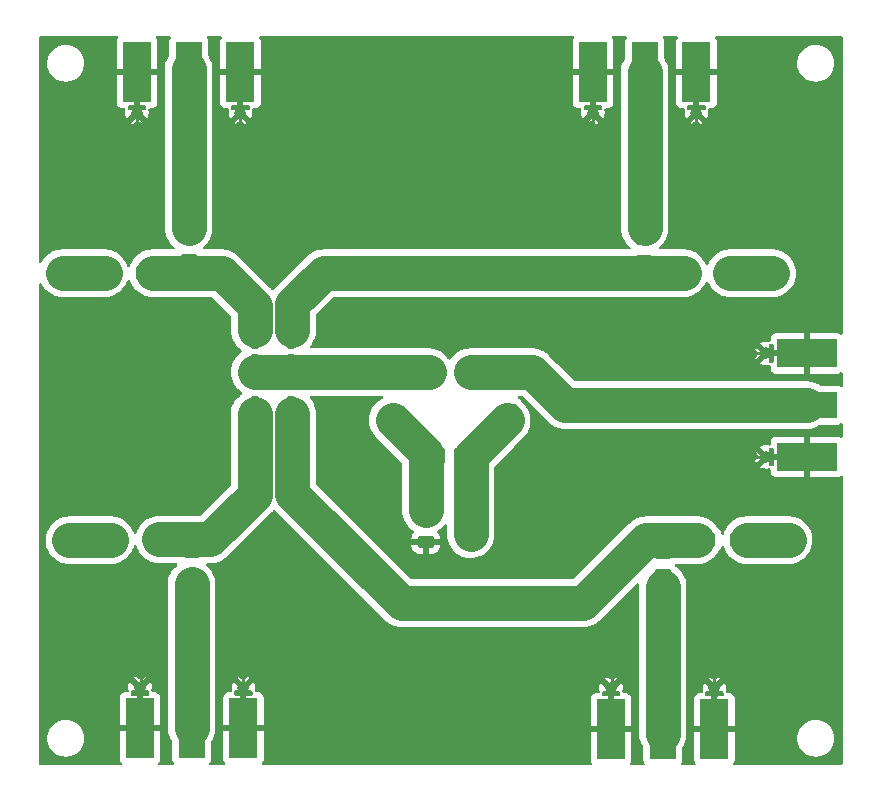
<source format=gbr>
%TF.GenerationSoftware,KiCad,Pcbnew,(5.99.0-13051-g9e760512ac)*%
%TF.CreationDate,2021-12-06T14:56:30+00:00*%
%TF.ProjectId,RF_SWITCH,52465f53-5749-4544-9348-2e6b69636164,rev?*%
%TF.SameCoordinates,Original*%
%TF.FileFunction,Copper,L1,Top*%
%TF.FilePolarity,Positive*%
%FSLAX46Y46*%
G04 Gerber Fmt 4.6, Leading zero omitted, Abs format (unit mm)*
G04 Created by KiCad (PCBNEW (5.99.0-13051-g9e760512ac)) date 2021-12-06 14:56:30*
%MOMM*%
%LPD*%
G01*
G04 APERTURE LIST*
G04 Aperture macros list*
%AMRoundRect*
0 Rectangle with rounded corners*
0 $1 Rounding radius*
0 $2 $3 $4 $5 $6 $7 $8 $9 X,Y pos of 4 corners*
0 Add a 4 corners polygon primitive as box body*
4,1,4,$2,$3,$4,$5,$6,$7,$8,$9,$2,$3,0*
0 Add four circle primitives for the rounded corners*
1,1,$1+$1,$2,$3*
1,1,$1+$1,$4,$5*
1,1,$1+$1,$6,$7*
1,1,$1+$1,$8,$9*
0 Add four rect primitives between the rounded corners*
20,1,$1+$1,$2,$3,$4,$5,0*
20,1,$1+$1,$4,$5,$6,$7,0*
20,1,$1+$1,$6,$7,$8,$9,0*
20,1,$1+$1,$8,$9,$2,$3,0*%
G04 Aperture macros list end*
%TA.AperFunction,SMDPad,CuDef*%
%ADD10RoundRect,0.218750X-0.218750X-0.381250X0.218750X-0.381250X0.218750X0.381250X-0.218750X0.381250X0*%
%TD*%
%TA.AperFunction,ComponentPad*%
%ADD11C,2.000000*%
%TD*%
%TA.AperFunction,SMDPad,CuDef*%
%ADD12RoundRect,0.147500X0.172500X-0.147500X0.172500X0.147500X-0.172500X0.147500X-0.172500X-0.147500X0*%
%TD*%
%TA.AperFunction,SMDPad,CuDef*%
%ADD13R,2.290000X5.080000*%
%TD*%
%TA.AperFunction,ComponentPad*%
%ADD14C,0.970000*%
%TD*%
%TA.AperFunction,SMDPad,CuDef*%
%ADD15R,2.420000X5.080000*%
%TD*%
%TA.AperFunction,SMDPad,CuDef*%
%ADD16R,0.460000X0.950000*%
%TD*%
%TA.AperFunction,SMDPad,CuDef*%
%ADD17RoundRect,0.147500X-0.172500X0.147500X-0.172500X-0.147500X0.172500X-0.147500X0.172500X0.147500X0*%
%TD*%
%TA.AperFunction,SMDPad,CuDef*%
%ADD18RoundRect,0.218750X0.218750X0.381250X-0.218750X0.381250X-0.218750X-0.381250X0.218750X-0.381250X0*%
%TD*%
%TA.AperFunction,SMDPad,CuDef*%
%ADD19RoundRect,0.218750X-0.381250X0.218750X-0.381250X-0.218750X0.381250X-0.218750X0.381250X0.218750X0*%
%TD*%
%TA.AperFunction,SMDPad,CuDef*%
%ADD20RoundRect,0.250000X-0.475000X0.250000X-0.475000X-0.250000X0.475000X-0.250000X0.475000X0.250000X0*%
%TD*%
%TA.AperFunction,SMDPad,CuDef*%
%ADD21R,5.080000X2.290000*%
%TD*%
%TA.AperFunction,SMDPad,CuDef*%
%ADD22R,0.950000X0.460000*%
%TD*%
%TA.AperFunction,SMDPad,CuDef*%
%ADD23R,5.080000X2.420000*%
%TD*%
%TA.AperFunction,SMDPad,CuDef*%
%ADD24RoundRect,0.250000X0.475000X-0.250000X0.475000X0.250000X-0.475000X0.250000X-0.475000X-0.250000X0*%
%TD*%
%TA.AperFunction,SMDPad,CuDef*%
%ADD25RoundRect,0.250000X-0.250000X-0.475000X0.250000X-0.475000X0.250000X0.475000X-0.250000X0.475000X0*%
%TD*%
%TA.AperFunction,SMDPad,CuDef*%
%ADD26RoundRect,0.218750X0.381250X-0.218750X0.381250X0.218750X-0.381250X0.218750X-0.381250X-0.218750X0*%
%TD*%
%TA.AperFunction,SMDPad,CuDef*%
%ADD27RoundRect,0.250000X-0.262500X-0.450000X0.262500X-0.450000X0.262500X0.450000X-0.262500X0.450000X0*%
%TD*%
%TA.AperFunction,SMDPad,CuDef*%
%ADD28RoundRect,0.250000X-0.450000X0.262500X-0.450000X-0.262500X0.450000X-0.262500X0.450000X0.262500X0*%
%TD*%
%TA.AperFunction,ViaPad*%
%ADD29C,0.800000*%
%TD*%
%TA.AperFunction,Conductor*%
%ADD30C,3.000000*%
%TD*%
%TA.AperFunction,Conductor*%
%ADD31C,0.250000*%
%TD*%
G04 APERTURE END LIST*
D10*
%TO.P,L4,1,1*%
%TO.N,Net-(J4-Pad1)*%
X107461500Y-121092000D03*
%TO.P,L4,2,2*%
%TO.N,Net-(C4-Pad2)*%
X109586500Y-121092000D03*
%TD*%
D11*
%TO.P,J1,1,Pin_1*%
%TO.N,Net-(J1-Pad1)*%
X102362000Y-98552000D03*
%TD*%
D12*
%TO.P,D4,1,K*%
%TO.N,Net-(C4-Pad2)*%
X118618000Y-109197000D03*
%TO.P,D4,2,A*%
%TO.N,Net-(C5-Pad1)*%
X118618000Y-108227000D03*
%TD*%
D13*
%TO.P,Cox1,1,In*%
%TO.N,Net-(Cox1-Pad1)*%
X113030000Y-81540000D03*
D14*
%TO.P,Cox1,2,Ext*%
%TO.N,Earth*%
X117410000Y-84980000D03*
D15*
X117410000Y-81540000D03*
D14*
X108650000Y-84980000D03*
D16*
X108650000Y-84530000D03*
X117410000Y-84530000D03*
D15*
X108650000Y-81540000D03*
%TD*%
D11*
%TO.P,J2,1,Pin_1*%
%TO.N,Net-(J2-Pad1)*%
X162306000Y-98552000D03*
%TD*%
D17*
%TO.P,D1,1,K*%
%TO.N,Net-(C1-Pad2)*%
X118618000Y-104694000D03*
%TO.P,D1,2,A*%
%TO.N,Net-(C5-Pad1)*%
X118618000Y-105664000D03*
%TD*%
D13*
%TO.P,Cox2,1,In*%
%TO.N,Net-(C2-Pad1)*%
X151638000Y-81540000D03*
D15*
%TO.P,Cox2,2,Ext*%
%TO.N,Earth*%
X156018000Y-81540000D03*
D14*
X156018000Y-84980000D03*
D16*
X147258000Y-84530000D03*
X156018000Y-84530000D03*
D14*
X147258000Y-84980000D03*
D15*
X147258000Y-81540000D03*
%TD*%
D18*
%TO.P,L2,1,1*%
%TO.N,Net-(J2-Pad1)*%
X157907500Y-98552000D03*
%TO.P,L2,2,2*%
%TO.N,Net-(C2-Pad2)*%
X155782500Y-98552000D03*
%TD*%
D11*
%TO.P,J3,1,Pin_1*%
%TO.N,Net-(J3-Pad1)*%
X163830000Y-121158000D03*
%TD*%
D18*
%TO.P,L3,1,1*%
%TO.N,Net-(J3-Pad1)*%
X159304500Y-121158000D03*
%TO.P,L3,2,2*%
%TO.N,Net-(C3-Pad2)*%
X157179500Y-121158000D03*
%TD*%
D19*
%TO.P,L6,1,1*%
%TO.N,Net-(C5-Pad2)*%
X140208000Y-107903500D03*
%TO.P,L6,2,2*%
%TO.N,Net-(J5-Pad1)*%
X140208000Y-110028500D03*
%TD*%
D10*
%TO.P,L1,1,1*%
%TO.N,Net-(J1-Pad1)*%
X106887500Y-98552000D03*
%TO.P,L1,2,2*%
%TO.N,Net-(C1-Pad2)*%
X109012500Y-98552000D03*
%TD*%
D20*
%TO.P,C1,1*%
%TO.N,Net-(Cox1-Pad1)*%
X113030000Y-95570000D03*
%TO.P,C1,2*%
%TO.N,Net-(C1-Pad2)*%
X113030000Y-97470000D03*
%TD*%
D17*
%TO.P,D2,1,K*%
%TO.N,Net-(C2-Pad2)*%
X121666000Y-104694000D03*
%TO.P,D2,2,A*%
%TO.N,Net-(C5-Pad1)*%
X121666000Y-105664000D03*
%TD*%
D11*
%TO.P,J5,1,Pin_1*%
%TO.N,Net-(J5-Pad1)*%
X136906000Y-120650000D03*
%TD*%
D21*
%TO.P,Cox5,1,In*%
%TO.N,Net-(C5-Pad2)*%
X165348000Y-109728000D03*
D14*
%TO.P,Cox5,2,Ext*%
%TO.N,Earth*%
X161908000Y-105348000D03*
D22*
X162358000Y-114108000D03*
D14*
X161908000Y-114108000D03*
D23*
X165348000Y-105348000D03*
X165348000Y-114108000D03*
D22*
X162358000Y-105348000D03*
%TD*%
D24*
%TO.P,C4,1*%
%TO.N,Net-(Cox4-Pad1)*%
X113284000Y-124074000D03*
%TO.P,C4,2*%
%TO.N,Net-(C4-Pad2)*%
X113284000Y-122174000D03*
%TD*%
D25*
%TO.P,C5,1*%
%TO.N,Net-(C5-Pad1)*%
X134178000Y-106934000D03*
%TO.P,C5,2*%
%TO.N,Net-(C5-Pad2)*%
X136078000Y-106934000D03*
%TD*%
D20*
%TO.P,C2,1*%
%TO.N,Net-(C2-Pad1)*%
X151600000Y-95650000D03*
%TO.P,C2,2*%
%TO.N,Net-(C2-Pad2)*%
X151600000Y-97550000D03*
%TD*%
D26*
%TO.P,L5,1,1*%
%TO.N,Net-(L5-Pad1)*%
X130302000Y-110028500D03*
%TO.P,L5,2,2*%
%TO.N,Net-(C5-Pad1)*%
X130302000Y-107903500D03*
%TD*%
D13*
%TO.P,Cox4,1,In*%
%TO.N,Net-(Cox4-Pad1)*%
X113284000Y-137088000D03*
D14*
%TO.P,Cox4,2,Ext*%
%TO.N,Earth*%
X108904000Y-133648000D03*
D15*
X117664000Y-137088000D03*
D16*
X108904000Y-134098000D03*
X117664000Y-134098000D03*
D14*
X117664000Y-133648000D03*
D15*
X108904000Y-137088000D03*
%TD*%
D24*
%TO.P,C3,1*%
%TO.N,Net-(C3-Pad1)*%
X153162000Y-124140000D03*
%TO.P,C3,2*%
%TO.N,Net-(C3-Pad2)*%
X153162000Y-122240000D03*
%TD*%
D27*
%TO.P,R6,1*%
%TO.N,Net-(L5-Pad1)*%
X134215500Y-114046000D03*
%TO.P,R6,2*%
%TO.N,Net-(J5-Pad1)*%
X136040500Y-114046000D03*
%TD*%
D13*
%TO.P,Cox3,1,In*%
%TO.N,Net-(C3-Pad1)*%
X153162000Y-137154000D03*
D15*
%TO.P,Cox3,2,Ext*%
%TO.N,Earth*%
X148782000Y-137154000D03*
D14*
X148782000Y-133714000D03*
D15*
X157542000Y-137154000D03*
D16*
X157542000Y-134164000D03*
X148782000Y-134164000D03*
D14*
X157542000Y-133714000D03*
%TD*%
D11*
%TO.P,J4,1,Pin_1*%
%TO.N,Net-(J4-Pad1)*%
X102936000Y-121158000D03*
%TD*%
D12*
%TO.P,D3,1,K*%
%TO.N,Net-(C3-Pad2)*%
X121666000Y-109174000D03*
%TO.P,D3,2,A*%
%TO.N,Net-(C5-Pad1)*%
X121666000Y-108204000D03*
%TD*%
D28*
%TO.P,R5,1*%
%TO.N,Net-(L5-Pad1)*%
X133096000Y-119483500D03*
%TO.P,R5,2*%
%TO.N,Earth*%
X133096000Y-121308500D03*
%TD*%
D29*
%TO.N,Earth*%
X155956000Y-86106000D03*
X147066000Y-86106000D03*
X157480000Y-132588000D03*
X133096000Y-121412000D03*
X117348000Y-86106000D03*
X160782000Y-114046000D03*
X148844000Y-132588000D03*
X117602000Y-132588000D03*
X160782000Y-105410000D03*
X108712000Y-86106000D03*
X108966000Y-132588000D03*
%TD*%
D30*
%TO.N,Net-(C2-Pad1)*%
X151638000Y-94742000D02*
X151638000Y-81540000D01*
%TO.N,Net-(J4-Pad1)*%
X102936000Y-121158000D02*
X106426000Y-121158000D01*
%TO.N,Net-(C5-Pad1)*%
X133350000Y-106934000D02*
X118618000Y-106934000D01*
%TO.N,Net-(C3-Pad2)*%
X121817520Y-110490000D02*
X121817520Y-117245520D01*
X121817520Y-117245520D02*
X131064000Y-126492000D01*
X131064000Y-126492000D02*
X146431000Y-126492000D01*
X146431000Y-126492000D02*
X151765000Y-121158000D01*
X151765000Y-121158000D02*
X156083000Y-121158000D01*
%TO.N,Net-(C1-Pad2)*%
X118618000Y-103378000D02*
X118618000Y-101346000D01*
X118618000Y-101346000D02*
X115824000Y-98552000D01*
X115824000Y-98552000D02*
X109982000Y-98552000D01*
%TO.N,Net-(C2-Pad2)*%
X154940000Y-98552000D02*
X124460000Y-98552000D01*
X124460000Y-98552000D02*
X121817520Y-101194480D01*
X121817520Y-101194480D02*
X121817520Y-103378000D01*
%TO.N,Net-(C4-Pad2)*%
X118618000Y-117348000D02*
X118618000Y-110490000D01*
X114874000Y-121092000D02*
X118618000Y-117348000D01*
%TO.N,Net-(Cox4-Pad1)*%
X113284000Y-126680000D02*
X113284000Y-137088000D01*
%TO.N,Net-(C3-Pad1)*%
X153162000Y-125095000D02*
X153162000Y-137538000D01*
%TO.N,Net-(Cox1-Pad1)*%
X113030000Y-81286000D02*
X113030000Y-94742000D01*
%TO.N,Net-(Cox4-Pad1)*%
X113284000Y-124902000D02*
X113284000Y-126680000D01*
%TO.N,Net-(C4-Pad2)*%
X110556000Y-121092000D02*
X114874000Y-121092000D01*
D31*
%TO.N,Earth*%
X157480000Y-132588000D02*
X157542000Y-132650000D01*
X160782000Y-114046000D02*
X160844000Y-114108000D01*
X160844000Y-105348000D02*
X161908000Y-105348000D01*
X160844000Y-114108000D02*
X161908000Y-114108000D01*
X155956000Y-86106000D02*
X156018000Y-86044000D01*
X117602000Y-132588000D02*
X117602000Y-133520000D01*
X117410000Y-84980000D02*
X117410000Y-86044000D01*
X147066000Y-86106000D02*
X147258000Y-85914000D01*
X108966000Y-132588000D02*
X108966000Y-133644000D01*
X108650000Y-84980000D02*
X108650000Y-86044000D01*
X160782000Y-105410000D02*
X160844000Y-105348000D01*
X108650000Y-86044000D02*
X108712000Y-86106000D01*
X117410000Y-86044000D02*
X117348000Y-86106000D01*
X157542000Y-132650000D02*
X157542000Y-133714000D01*
X148844000Y-132588000D02*
X148844000Y-133652000D01*
X147258000Y-85914000D02*
X147258000Y-84980000D01*
X108966000Y-133644000D02*
X108970000Y-133648000D01*
X148844000Y-133652000D02*
X148782000Y-133714000D01*
X156018000Y-86044000D02*
X156018000Y-84980000D01*
X117602000Y-133520000D02*
X117730000Y-133648000D01*
D30*
%TO.N,Net-(C5-Pad2)*%
X144907000Y-109728000D02*
X165348000Y-109728000D01*
X142113000Y-106934000D02*
X144907000Y-109728000D01*
X136906000Y-106934000D02*
X142113000Y-106934000D01*
%TO.N,Net-(J1-Pad1)*%
X102362000Y-98552000D02*
X105918000Y-98552000D01*
%TO.N,Net-(J2-Pad1)*%
X158877000Y-98552000D02*
X162433000Y-98552000D01*
%TO.N,Net-(J3-Pad1)*%
X160274000Y-121158000D02*
X163830000Y-121158000D01*
%TO.N,Net-(J5-Pad1)*%
X136906000Y-114046000D02*
X136906000Y-120650000D01*
X139954000Y-110998000D02*
X136906000Y-114046000D01*
%TO.N,Net-(L5-Pad1)*%
X130302000Y-110998000D02*
X133096000Y-113792000D01*
X133096000Y-113792000D02*
X133096000Y-118618000D01*
%TD*%
%TA.AperFunction,Conductor*%
%TO.N,Earth*%
G36*
X129452900Y-108962502D02*
G01*
X129499393Y-109016158D01*
X129509497Y-109086432D01*
X129480003Y-109151012D01*
X129434011Y-109184484D01*
X129387933Y-109204043D01*
X129384166Y-109206306D01*
X129384159Y-109206310D01*
X129245913Y-109289377D01*
X129147158Y-109348715D01*
X129143742Y-109351481D01*
X129143738Y-109351484D01*
X128983080Y-109481584D01*
X128928862Y-109525489D01*
X128925860Y-109528708D01*
X128925856Y-109528712D01*
X128907148Y-109548774D01*
X128737291Y-109730923D01*
X128576175Y-109961020D01*
X128574181Y-109964934D01*
X128451609Y-110205493D01*
X128448650Y-110211300D01*
X128357200Y-110476892D01*
X128356360Y-110481214D01*
X128304441Y-110748309D01*
X128304440Y-110748316D01*
X128303602Y-110752628D01*
X128303372Y-110757024D01*
X128294772Y-110921134D01*
X128288902Y-111033138D01*
X128313383Y-111312966D01*
X128314371Y-111317245D01*
X128314372Y-111317252D01*
X128375583Y-111582381D01*
X128376572Y-111586663D01*
X128477235Y-111848902D01*
X128613417Y-112094579D01*
X128616060Y-112098086D01*
X128616061Y-112098088D01*
X128767394Y-112298913D01*
X128782464Y-112318912D01*
X131050595Y-114587043D01*
X131084621Y-114649355D01*
X131087500Y-114676138D01*
X131087500Y-118688146D01*
X131087653Y-118690332D01*
X131087653Y-118690336D01*
X131095701Y-118805421D01*
X131102189Y-118898212D01*
X131160591Y-119172970D01*
X131162094Y-119177099D01*
X131162095Y-119177103D01*
X131237595Y-119384536D01*
X131256663Y-119436926D01*
X131388536Y-119684942D01*
X131391122Y-119688501D01*
X131391123Y-119688503D01*
X131490036Y-119824645D01*
X131553642Y-119912192D01*
X131556698Y-119915356D01*
X131556700Y-119915359D01*
X131605718Y-119966118D01*
X131748769Y-120114252D01*
X131878885Y-120215909D01*
X131950127Y-120271569D01*
X131970118Y-120287188D01*
X131973922Y-120289384D01*
X131973929Y-120289389D01*
X132057872Y-120337853D01*
X132106865Y-120389236D01*
X132120301Y-120458949D01*
X132093915Y-120524860D01*
X132084045Y-120535990D01*
X132052261Y-120567829D01*
X132043249Y-120579240D01*
X131958184Y-120717243D01*
X131952037Y-120730424D01*
X131900862Y-120884710D01*
X131897995Y-120898086D01*
X131888328Y-120992438D01*
X131888000Y-120998855D01*
X131888000Y-121036385D01*
X131892475Y-121051624D01*
X131893865Y-121052829D01*
X131901548Y-121054500D01*
X134285884Y-121054500D01*
X134301123Y-121050025D01*
X134302328Y-121048635D01*
X134303999Y-121040952D01*
X134303999Y-120998905D01*
X134303662Y-120992386D01*
X134293743Y-120896794D01*
X134290851Y-120883400D01*
X134239412Y-120729216D01*
X134233239Y-120716038D01*
X134147937Y-120578193D01*
X134138897Y-120566787D01*
X134109946Y-120537886D01*
X134075867Y-120475604D01*
X134080870Y-120404784D01*
X134128506Y-120344255D01*
X134137997Y-120337853D01*
X134335576Y-120204585D01*
X134544322Y-120016629D01*
X134547141Y-120013269D01*
X134547152Y-120013258D01*
X134674979Y-119860920D01*
X134734088Y-119821593D01*
X134805076Y-119820467D01*
X134865404Y-119857898D01*
X134895917Y-119922003D01*
X134897500Y-119941911D01*
X134897500Y-120720146D01*
X134897653Y-120722332D01*
X134897653Y-120722336D01*
X134909943Y-120898086D01*
X134912189Y-120930212D01*
X134970591Y-121204970D01*
X134972094Y-121209099D01*
X134972095Y-121209103D01*
X135031672Y-121372788D01*
X135066663Y-121468926D01*
X135198536Y-121716942D01*
X135201122Y-121720501D01*
X135201123Y-121720503D01*
X135343300Y-121916193D01*
X135363642Y-121944192D01*
X135366698Y-121947356D01*
X135366700Y-121947359D01*
X135415829Y-121998233D01*
X135558769Y-122146252D01*
X135780118Y-122319188D01*
X135783922Y-122321384D01*
X135783929Y-122321389D01*
X135974513Y-122431422D01*
X136023381Y-122459636D01*
X136283824Y-122564862D01*
X136288097Y-122565927D01*
X136288099Y-122565928D01*
X136552107Y-122631753D01*
X136552112Y-122631754D01*
X136556376Y-122632817D01*
X136560744Y-122633276D01*
X136560749Y-122633277D01*
X136831364Y-122661719D01*
X136831367Y-122661719D01*
X136835733Y-122662178D01*
X136840121Y-122662025D01*
X136840127Y-122662025D01*
X137112061Y-122652529D01*
X137112067Y-122652528D01*
X137116458Y-122652375D01*
X137120781Y-122651613D01*
X137120788Y-122651612D01*
X137314301Y-122617490D01*
X137393087Y-122603598D01*
X137660235Y-122516797D01*
X137664188Y-122514869D01*
X137664193Y-122514867D01*
X137777432Y-122459636D01*
X137912702Y-122393660D01*
X137916341Y-122391205D01*
X137916347Y-122391202D01*
X138075455Y-122283882D01*
X138145576Y-122236585D01*
X138354322Y-122048629D01*
X138534879Y-121833450D01*
X138683731Y-121595236D01*
X138782772Y-121372788D01*
X138796195Y-121342639D01*
X138796196Y-121342637D01*
X138797982Y-121338625D01*
X138875407Y-121068610D01*
X138914500Y-120790448D01*
X138914500Y-114966109D01*
X161414721Y-114966109D01*
X161419630Y-114972667D01*
X161503150Y-115019344D01*
X161514390Y-115024255D01*
X161687877Y-115080624D01*
X161699851Y-115083257D01*
X161880992Y-115104857D01*
X161893241Y-115105114D01*
X162075125Y-115091119D01*
X162087198Y-115088989D01*
X162140118Y-115074214D01*
X162211108Y-115075161D01*
X162270317Y-115114337D01*
X162298946Y-115179306D01*
X162300001Y-115195573D01*
X162300001Y-115362669D01*
X162300371Y-115369490D01*
X162305895Y-115420352D01*
X162309521Y-115435604D01*
X162354676Y-115556054D01*
X162363214Y-115571649D01*
X162439715Y-115673724D01*
X162452276Y-115686285D01*
X162554351Y-115762786D01*
X162569946Y-115771324D01*
X162690394Y-115816478D01*
X162705649Y-115820105D01*
X162756514Y-115825631D01*
X162763328Y-115826000D01*
X165075885Y-115826000D01*
X165091124Y-115821525D01*
X165092329Y-115820135D01*
X165094000Y-115812452D01*
X165094000Y-114380115D01*
X165089525Y-114364876D01*
X165088135Y-114363671D01*
X165080452Y-114362000D01*
X162606115Y-114362000D01*
X162590876Y-114366475D01*
X162589671Y-114367865D01*
X162588000Y-114375548D01*
X162588000Y-114760000D01*
X162567998Y-114828121D01*
X162514342Y-114874614D01*
X162462000Y-114886000D01*
X162254000Y-114886000D01*
X162185879Y-114865998D01*
X162139386Y-114812342D01*
X162128000Y-114760000D01*
X162128000Y-114265325D01*
X162124763Y-114254300D01*
X162117672Y-114257538D01*
X161421481Y-114953729D01*
X161414721Y-114966109D01*
X138914500Y-114966109D01*
X138914500Y-114930138D01*
X138934502Y-114862017D01*
X138951405Y-114841043D01*
X139692236Y-114100212D01*
X160910808Y-114100212D01*
X160926071Y-114281982D01*
X160928286Y-114294047D01*
X160978565Y-114469391D01*
X160983083Y-114480803D01*
X161040286Y-114592107D01*
X161050007Y-114602328D01*
X161056806Y-114599984D01*
X161535978Y-114120812D01*
X161543592Y-114106868D01*
X161543461Y-114105035D01*
X161539210Y-114098420D01*
X161062166Y-113621376D01*
X161049786Y-113614616D01*
X161043398Y-113619398D01*
X160993854Y-113709516D01*
X160989017Y-113720801D01*
X160933861Y-113894675D01*
X160931313Y-113906664D01*
X160910979Y-114087943D01*
X160910808Y-114100212D01*
X139692236Y-114100212D01*
X140542232Y-113250216D01*
X161413934Y-113250216D01*
X161416389Y-113257179D01*
X162115188Y-113955978D01*
X162125277Y-113961487D01*
X162128000Y-113954186D01*
X162128000Y-113456000D01*
X162148002Y-113387879D01*
X162201658Y-113341386D01*
X162254000Y-113330000D01*
X162462000Y-113330000D01*
X162530121Y-113350002D01*
X162576614Y-113403658D01*
X162588000Y-113456000D01*
X162588000Y-113835885D01*
X162592475Y-113851124D01*
X162593865Y-113852329D01*
X162601548Y-113854000D01*
X165075885Y-113854000D01*
X165091124Y-113849525D01*
X165092329Y-113848135D01*
X165094000Y-113840452D01*
X165094000Y-112408116D01*
X165089525Y-112392877D01*
X165088135Y-112391672D01*
X165080452Y-112390001D01*
X162763331Y-112390001D01*
X162756510Y-112390371D01*
X162705648Y-112395895D01*
X162690396Y-112399521D01*
X162569946Y-112444676D01*
X162554351Y-112453214D01*
X162452276Y-112529715D01*
X162439715Y-112542276D01*
X162363214Y-112644351D01*
X162354676Y-112659946D01*
X162309522Y-112780394D01*
X162305895Y-112795649D01*
X162300369Y-112846514D01*
X162300000Y-112853328D01*
X162300000Y-113018910D01*
X162279998Y-113087031D01*
X162226342Y-113133524D01*
X162156068Y-113143628D01*
X162136739Y-113139275D01*
X162114517Y-113132396D01*
X162102511Y-113129931D01*
X161921094Y-113110863D01*
X161908826Y-113110778D01*
X161727169Y-113127310D01*
X161715120Y-113129608D01*
X161540128Y-113181111D01*
X161528751Y-113185708D01*
X161424083Y-113240427D01*
X161413934Y-113250216D01*
X140542232Y-113250216D01*
X141423825Y-112368623D01*
X141561977Y-112209697D01*
X141714964Y-111974118D01*
X141833676Y-111719539D01*
X141835215Y-111714507D01*
X141883617Y-111556188D01*
X141915801Y-111450917D01*
X141959744Y-111173480D01*
X141960792Y-111113467D01*
X141962117Y-111037519D01*
X141964646Y-110892626D01*
X141930413Y-110613825D01*
X141857712Y-110342500D01*
X141747957Y-110083933D01*
X141745694Y-110080166D01*
X141745690Y-110080159D01*
X141605551Y-109846930D01*
X141603285Y-109843158D01*
X141509793Y-109727705D01*
X141429283Y-109628285D01*
X141429282Y-109628284D01*
X141426511Y-109624862D01*
X141423292Y-109621860D01*
X141423288Y-109621856D01*
X141224295Y-109436292D01*
X141221077Y-109433291D01*
X141218673Y-109431608D01*
X141191233Y-109400454D01*
X141166923Y-109361170D01*
X141163071Y-109354945D01*
X141043053Y-109235136D01*
X140996289Y-109206310D01*
X140946727Y-109175760D01*
X140899234Y-109122988D01*
X140887810Y-109052916D01*
X140916084Y-108987792D01*
X140975078Y-108948293D01*
X141012843Y-108942500D01*
X141228862Y-108942500D01*
X141296983Y-108962502D01*
X141317957Y-108979405D01*
X143447235Y-111108683D01*
X143451776Y-111113467D01*
X143508371Y-111176322D01*
X143601687Y-111254624D01*
X143603339Y-111256035D01*
X143695303Y-111335977D01*
X143698989Y-111338371D01*
X143698996Y-111338376D01*
X143703603Y-111341368D01*
X143715961Y-111350512D01*
X143720174Y-111354047D01*
X143720181Y-111354052D01*
X143723550Y-111356879D01*
X143801463Y-111405564D01*
X143826838Y-111421420D01*
X143828693Y-111422601D01*
X143930882Y-111488964D01*
X143934876Y-111490827D01*
X143934877Y-111490827D01*
X143939857Y-111493150D01*
X143953363Y-111500482D01*
X143957714Y-111503200D01*
X143961764Y-111505731D01*
X143965776Y-111507517D01*
X143965783Y-111507521D01*
X144073044Y-111555276D01*
X144075045Y-111556188D01*
X144181476Y-111605818D01*
X144181479Y-111605819D01*
X144185461Y-111607676D01*
X144189669Y-111608963D01*
X144189670Y-111608963D01*
X144194932Y-111610572D01*
X144209333Y-111615956D01*
X144218375Y-111619982D01*
X144335495Y-111653566D01*
X144337559Y-111654177D01*
X144454083Y-111689802D01*
X144463873Y-111691353D01*
X144478872Y-111694678D01*
X144488390Y-111697407D01*
X144528756Y-111703080D01*
X144608971Y-111714354D01*
X144611145Y-111714679D01*
X144701023Y-111728914D01*
X144731520Y-111733744D01*
X144735918Y-111733821D01*
X144735922Y-111733821D01*
X144741430Y-111733917D01*
X144756760Y-111735124D01*
X144766552Y-111736500D01*
X144888312Y-111736500D01*
X144890510Y-111736519D01*
X145012374Y-111738646D01*
X145016730Y-111738111D01*
X145016733Y-111738111D01*
X145019788Y-111737736D01*
X145022206Y-111737439D01*
X145037559Y-111736500D01*
X165418146Y-111736500D01*
X165420332Y-111736347D01*
X165420336Y-111736347D01*
X165623827Y-111722118D01*
X165623832Y-111722117D01*
X165628212Y-111721811D01*
X165902970Y-111663409D01*
X165907099Y-111661906D01*
X165907103Y-111661905D01*
X166162781Y-111568846D01*
X166162785Y-111568844D01*
X166166926Y-111567337D01*
X166414942Y-111435464D01*
X166456096Y-111405564D01*
X166530157Y-111381500D01*
X167936134Y-111381500D01*
X167998316Y-111374745D01*
X168134705Y-111323615D01*
X168200435Y-111274353D01*
X168266941Y-111249505D01*
X168336324Y-111264558D01*
X168386554Y-111314732D01*
X168402000Y-111375179D01*
X168402000Y-112396446D01*
X168381998Y-112464567D01*
X168328342Y-112511060D01*
X168258068Y-112521164D01*
X168200435Y-112497272D01*
X168141648Y-112453214D01*
X168126054Y-112444676D01*
X168005606Y-112399522D01*
X167990351Y-112395895D01*
X167939486Y-112390369D01*
X167932672Y-112390000D01*
X165620115Y-112390000D01*
X165604876Y-112394475D01*
X165603671Y-112395865D01*
X165602000Y-112403548D01*
X165602000Y-115807884D01*
X165606475Y-115823123D01*
X165607865Y-115824328D01*
X165615548Y-115825999D01*
X167932669Y-115825999D01*
X167939490Y-115825629D01*
X167990352Y-115820105D01*
X168005604Y-115816479D01*
X168126054Y-115771324D01*
X168141648Y-115762786D01*
X168200435Y-115718728D01*
X168266941Y-115693880D01*
X168336324Y-115708933D01*
X168386554Y-115759107D01*
X168402000Y-115819554D01*
X168402000Y-140082000D01*
X168381998Y-140150121D01*
X168328342Y-140196614D01*
X168276000Y-140208000D01*
X159253554Y-140208000D01*
X159185433Y-140187998D01*
X159138940Y-140134342D01*
X159128836Y-140064068D01*
X159152728Y-140006435D01*
X159196786Y-139947648D01*
X159205324Y-139932054D01*
X159250478Y-139811606D01*
X159254105Y-139796351D01*
X159259631Y-139745486D01*
X159260000Y-139738672D01*
X159260000Y-137922000D01*
X164552681Y-137922000D01*
X164571928Y-138166557D01*
X164573082Y-138171364D01*
X164573083Y-138171370D01*
X164587651Y-138232048D01*
X164629195Y-138405092D01*
X164631088Y-138409663D01*
X164631089Y-138409665D01*
X164661564Y-138483236D01*
X164723073Y-138631732D01*
X164851248Y-138840896D01*
X165010567Y-139027433D01*
X165197104Y-139186752D01*
X165201327Y-139189340D01*
X165201330Y-139189342D01*
X165270515Y-139231738D01*
X165406268Y-139314927D01*
X165550967Y-139374864D01*
X165628335Y-139406911D01*
X165628337Y-139406912D01*
X165632908Y-139408805D01*
X165715563Y-139428649D01*
X165866630Y-139464917D01*
X165866636Y-139464918D01*
X165871443Y-139466072D01*
X166116000Y-139485319D01*
X166360557Y-139466072D01*
X166365364Y-139464918D01*
X166365370Y-139464917D01*
X166516437Y-139428649D01*
X166599092Y-139408805D01*
X166603663Y-139406912D01*
X166603665Y-139406911D01*
X166681033Y-139374864D01*
X166825732Y-139314927D01*
X166961485Y-139231738D01*
X167030670Y-139189342D01*
X167030673Y-139189340D01*
X167034896Y-139186752D01*
X167221433Y-139027433D01*
X167380752Y-138840896D01*
X167508927Y-138631732D01*
X167570436Y-138483236D01*
X167600911Y-138409665D01*
X167600912Y-138409663D01*
X167602805Y-138405092D01*
X167644349Y-138232048D01*
X167658917Y-138171370D01*
X167658918Y-138171364D01*
X167660072Y-138166557D01*
X167679319Y-137922000D01*
X167660072Y-137677443D01*
X167650765Y-137638674D01*
X167603960Y-137443720D01*
X167602805Y-137438908D01*
X167590003Y-137408000D01*
X167562664Y-137342000D01*
X167508927Y-137212268D01*
X167380752Y-137003104D01*
X167221433Y-136816567D01*
X167034896Y-136657248D01*
X167030673Y-136654660D01*
X167030670Y-136654658D01*
X166961485Y-136612262D01*
X166825732Y-136529073D01*
X166681033Y-136469136D01*
X166603665Y-136437089D01*
X166603663Y-136437088D01*
X166599092Y-136435195D01*
X166516437Y-136415351D01*
X166365370Y-136379083D01*
X166365364Y-136379082D01*
X166360557Y-136377928D01*
X166116000Y-136358681D01*
X165871443Y-136377928D01*
X165866636Y-136379082D01*
X165866630Y-136379083D01*
X165715563Y-136415351D01*
X165632908Y-136435195D01*
X165628337Y-136437088D01*
X165628335Y-136437089D01*
X165550967Y-136469136D01*
X165406268Y-136529073D01*
X165270515Y-136612262D01*
X165201330Y-136654658D01*
X165201327Y-136654660D01*
X165197104Y-136657248D01*
X165010567Y-136816567D01*
X164851248Y-137003104D01*
X164723073Y-137212268D01*
X164669336Y-137342000D01*
X164641998Y-137408000D01*
X164629195Y-137438908D01*
X164628040Y-137443720D01*
X164581236Y-137638674D01*
X164571928Y-137677443D01*
X164552681Y-137922000D01*
X159260000Y-137922000D01*
X159260000Y-137426115D01*
X159255525Y-137410876D01*
X159254135Y-137409671D01*
X159246452Y-137408000D01*
X155842116Y-137408000D01*
X155826877Y-137412475D01*
X155825672Y-137413865D01*
X155824001Y-137421548D01*
X155824001Y-139738669D01*
X155824371Y-139745490D01*
X155829895Y-139796352D01*
X155833521Y-139811604D01*
X155878676Y-139932054D01*
X155887214Y-139947648D01*
X155931272Y-140006435D01*
X155956120Y-140072941D01*
X155941067Y-140142324D01*
X155890893Y-140192554D01*
X155830446Y-140208000D01*
X154809179Y-140208000D01*
X154741058Y-140187998D01*
X154694565Y-140134342D01*
X154684461Y-140064068D01*
X154708353Y-140006435D01*
X154757615Y-139940705D01*
X154808745Y-139804316D01*
X154815500Y-139742134D01*
X154815500Y-138718178D01*
X154834646Y-138651408D01*
X154937404Y-138486960D01*
X154939731Y-138483236D01*
X155053982Y-138226625D01*
X155131407Y-137956610D01*
X155137843Y-137910819D01*
X155150254Y-137822507D01*
X155170500Y-137678448D01*
X155170500Y-136881885D01*
X155824000Y-136881885D01*
X155828475Y-136897124D01*
X155829865Y-136898329D01*
X155837548Y-136900000D01*
X157269885Y-136900000D01*
X157285124Y-136895525D01*
X157286329Y-136894135D01*
X157288000Y-136886452D01*
X157288000Y-134412115D01*
X157283525Y-134396876D01*
X157282135Y-134395671D01*
X157274452Y-134394000D01*
X156890000Y-134394000D01*
X156821879Y-134373998D01*
X156775386Y-134320342D01*
X156764000Y-134268000D01*
X156764000Y-134060000D01*
X156784002Y-133991879D01*
X156837658Y-133945386D01*
X156890000Y-133934000D01*
X157384675Y-133934000D01*
X157393949Y-133931277D01*
X157688513Y-133931277D01*
X157695814Y-133934000D01*
X158194000Y-133934000D01*
X158262121Y-133954002D01*
X158308614Y-134007658D01*
X158320000Y-134060000D01*
X158320000Y-134268000D01*
X158299998Y-134336121D01*
X158246342Y-134382614D01*
X158194000Y-134394000D01*
X157814115Y-134394000D01*
X157798876Y-134398475D01*
X157797671Y-134399865D01*
X157796000Y-134407548D01*
X157796000Y-136881885D01*
X157800475Y-136897124D01*
X157801865Y-136898329D01*
X157809548Y-136900000D01*
X159241884Y-136900000D01*
X159257123Y-136895525D01*
X159258328Y-136894135D01*
X159259999Y-136886452D01*
X159259999Y-134569331D01*
X159259629Y-134562510D01*
X159254105Y-134511648D01*
X159250479Y-134496396D01*
X159205324Y-134375946D01*
X159196786Y-134360351D01*
X159120285Y-134258276D01*
X159107724Y-134245715D01*
X159005649Y-134169214D01*
X158990054Y-134160676D01*
X158869606Y-134115522D01*
X158854351Y-134111895D01*
X158803486Y-134106369D01*
X158796672Y-134106000D01*
X158632848Y-134106000D01*
X158564727Y-134085998D01*
X158518234Y-134032342D01*
X158508130Y-133962068D01*
X158511709Y-133946922D01*
X158511698Y-133946919D01*
X158515782Y-133928942D01*
X158538973Y-133745364D01*
X158539465Y-133738335D01*
X158539756Y-133717505D01*
X158539463Y-133710512D01*
X158521403Y-133526325D01*
X158519020Y-133514290D01*
X158466298Y-133339665D01*
X158461623Y-133328324D01*
X158409472Y-133230241D01*
X158399610Y-133220158D01*
X158392484Y-133222726D01*
X157694022Y-133921188D01*
X157688513Y-133931277D01*
X157393949Y-133931277D01*
X157395700Y-133930763D01*
X157392462Y-133923672D01*
X156696166Y-133227376D01*
X156683786Y-133220616D01*
X156677398Y-133225398D01*
X156627854Y-133315516D01*
X156623017Y-133326801D01*
X156567861Y-133500675D01*
X156565313Y-133512664D01*
X156544979Y-133693943D01*
X156544808Y-133706212D01*
X156560071Y-133887982D01*
X156562286Y-133900050D01*
X156575253Y-133945272D01*
X156574802Y-134016267D01*
X156536040Y-134075748D01*
X156471273Y-134104830D01*
X156454134Y-134106001D01*
X156287331Y-134106001D01*
X156280510Y-134106371D01*
X156229648Y-134111895D01*
X156214396Y-134115521D01*
X156093946Y-134160676D01*
X156078351Y-134169214D01*
X155976276Y-134245715D01*
X155963715Y-134258276D01*
X155887214Y-134360351D01*
X155878676Y-134375946D01*
X155833522Y-134496394D01*
X155829895Y-134511649D01*
X155824369Y-134562514D01*
X155824000Y-134569328D01*
X155824000Y-136881885D01*
X155170500Y-136881885D01*
X155170500Y-132856216D01*
X157047934Y-132856216D01*
X157050389Y-132863179D01*
X157529188Y-133341978D01*
X157543132Y-133349592D01*
X157544965Y-133349461D01*
X157551580Y-133345210D01*
X158028766Y-132868024D01*
X158035526Y-132855644D01*
X158030867Y-132849421D01*
X157934083Y-132797090D01*
X157922778Y-132792338D01*
X157748524Y-132738397D01*
X157736511Y-132735931D01*
X157555094Y-132716863D01*
X157542826Y-132716778D01*
X157361169Y-132733310D01*
X157349120Y-132735608D01*
X157174128Y-132787111D01*
X157162751Y-132791708D01*
X157058083Y-132846427D01*
X157047934Y-132856216D01*
X155170500Y-132856216D01*
X155170500Y-125024854D01*
X155157117Y-124833461D01*
X155156118Y-124819173D01*
X155156117Y-124819168D01*
X155155811Y-124814788D01*
X155097409Y-124540030D01*
X155095905Y-124535897D01*
X155002846Y-124280219D01*
X155002844Y-124280215D01*
X155001337Y-124276074D01*
X154869464Y-124028058D01*
X154817666Y-123956764D01*
X154706947Y-123804371D01*
X154706944Y-123804368D01*
X154704358Y-123800808D01*
X154509231Y-123598748D01*
X154287882Y-123425812D01*
X154245977Y-123401618D01*
X154196985Y-123350236D01*
X154183550Y-123280522D01*
X154209937Y-123214611D01*
X154267769Y-123173430D01*
X154308979Y-123166500D01*
X156153146Y-123166500D01*
X156155332Y-123166347D01*
X156155336Y-123166347D01*
X156358827Y-123152118D01*
X156358832Y-123152117D01*
X156363212Y-123151811D01*
X156637970Y-123093409D01*
X156642099Y-123091906D01*
X156642103Y-123091905D01*
X156897781Y-122998846D01*
X156897785Y-122998844D01*
X156901926Y-122997337D01*
X157149942Y-122865464D01*
X157254896Y-122789211D01*
X157373629Y-122702947D01*
X157373632Y-122702944D01*
X157377192Y-122700358D01*
X157426721Y-122652529D01*
X157559901Y-122523918D01*
X157579252Y-122505231D01*
X157752188Y-122283882D01*
X157839457Y-122132728D01*
X157859402Y-122106713D01*
X157967693Y-121998233D01*
X157972864Y-121993053D01*
X158061849Y-121848692D01*
X158066905Y-121833450D01*
X158105050Y-121718447D01*
X158145481Y-121660088D01*
X158211045Y-121632851D01*
X158280927Y-121645385D01*
X158332939Y-121693710D01*
X158344475Y-121719177D01*
X158407203Y-121912235D01*
X158409131Y-121916188D01*
X158409133Y-121916193D01*
X158424334Y-121947359D01*
X158530340Y-122164702D01*
X158532795Y-122168341D01*
X158532798Y-122168347D01*
X158580486Y-122239047D01*
X158687415Y-122397576D01*
X158875371Y-122606322D01*
X159090550Y-122786879D01*
X159328764Y-122935731D01*
X159585375Y-123049982D01*
X159855390Y-123127407D01*
X159859740Y-123128018D01*
X159859743Y-123128019D01*
X159962690Y-123142487D01*
X160133552Y-123166500D01*
X163900146Y-123166500D01*
X163902332Y-123166347D01*
X163902336Y-123166347D01*
X164105827Y-123152118D01*
X164105832Y-123152117D01*
X164110212Y-123151811D01*
X164384970Y-123093409D01*
X164389099Y-123091906D01*
X164389103Y-123091905D01*
X164644781Y-122998846D01*
X164644785Y-122998844D01*
X164648926Y-122997337D01*
X164896942Y-122865464D01*
X165001896Y-122789211D01*
X165120629Y-122702947D01*
X165120632Y-122702944D01*
X165124192Y-122700358D01*
X165173721Y-122652529D01*
X165306901Y-122523918D01*
X165326252Y-122505231D01*
X165499188Y-122283882D01*
X165501384Y-122280078D01*
X165501389Y-122280071D01*
X165636953Y-122045266D01*
X165639636Y-122040619D01*
X165744862Y-121780176D01*
X165756475Y-121733600D01*
X165811753Y-121511893D01*
X165811754Y-121511888D01*
X165812817Y-121507624D01*
X165816885Y-121468926D01*
X165841719Y-121232636D01*
X165841719Y-121232633D01*
X165842178Y-121228267D01*
X165841509Y-121209103D01*
X165832529Y-120951939D01*
X165832528Y-120951933D01*
X165832375Y-120947542D01*
X165829320Y-120930212D01*
X165784360Y-120675236D01*
X165783598Y-120670913D01*
X165696797Y-120403765D01*
X165692001Y-120393930D01*
X165601989Y-120209381D01*
X165573660Y-120151298D01*
X165571205Y-120147659D01*
X165571202Y-120147653D01*
X165448755Y-119966118D01*
X165416585Y-119918424D01*
X165228629Y-119709678D01*
X165013450Y-119529121D01*
X164775236Y-119380269D01*
X164595376Y-119300190D01*
X164522639Y-119267805D01*
X164522637Y-119267804D01*
X164518625Y-119266018D01*
X164363992Y-119221678D01*
X164252837Y-119189805D01*
X164252836Y-119189805D01*
X164248610Y-119188593D01*
X164244260Y-119187982D01*
X164244257Y-119187981D01*
X164111923Y-119169383D01*
X163970448Y-119149500D01*
X160203854Y-119149500D01*
X160201668Y-119149653D01*
X160201664Y-119149653D01*
X159998173Y-119163882D01*
X159998168Y-119163883D01*
X159993788Y-119164189D01*
X159719030Y-119222591D01*
X159714901Y-119224094D01*
X159714897Y-119224095D01*
X159459219Y-119317154D01*
X159459215Y-119317156D01*
X159455074Y-119318663D01*
X159207058Y-119450536D01*
X159203499Y-119453122D01*
X159203497Y-119453123D01*
X159066441Y-119552700D01*
X158979808Y-119615642D01*
X158976648Y-119618694D01*
X158976641Y-119618700D01*
X158958921Y-119635812D01*
X158777748Y-119810769D01*
X158604812Y-120032118D01*
X158602616Y-120035922D01*
X158602611Y-120035929D01*
X158498700Y-120215909D01*
X158464364Y-120275381D01*
X158359138Y-120535824D01*
X158358073Y-120540097D01*
X158358072Y-120540099D01*
X158346448Y-120586721D01*
X158310561Y-120647979D01*
X158247251Y-120680111D01*
X158176620Y-120672914D01*
X158121093Y-120628673D01*
X158104669Y-120596120D01*
X158061308Y-120466151D01*
X157972071Y-120321945D01*
X157865850Y-120215909D01*
X157841624Y-120181977D01*
X157826660Y-120151298D01*
X157799538Y-120111087D01*
X157704325Y-119969929D01*
X157669585Y-119918424D01*
X157481629Y-119709678D01*
X157266450Y-119529121D01*
X157028236Y-119380269D01*
X156848376Y-119300190D01*
X156775639Y-119267805D01*
X156775637Y-119267804D01*
X156771625Y-119266018D01*
X156616992Y-119221678D01*
X156505837Y-119189805D01*
X156505836Y-119189805D01*
X156501610Y-119188593D01*
X156497260Y-119187982D01*
X156497257Y-119187981D01*
X156364923Y-119169383D01*
X156223448Y-119149500D01*
X151820895Y-119149500D01*
X151814301Y-119149327D01*
X151734259Y-119145132D01*
X151734253Y-119145132D01*
X151729862Y-119144902D01*
X151725485Y-119145285D01*
X151725481Y-119145285D01*
X151608486Y-119155521D01*
X151606293Y-119155693D01*
X151489173Y-119163882D01*
X151489167Y-119163883D01*
X151484788Y-119164189D01*
X151475107Y-119166247D01*
X151459900Y-119168519D01*
X151454425Y-119168998D01*
X151454412Y-119169000D01*
X151450034Y-119169383D01*
X151445755Y-119170371D01*
X151445748Y-119170372D01*
X151331305Y-119196793D01*
X151329160Y-119197268D01*
X151214337Y-119221675D01*
X151214330Y-119221677D01*
X151210030Y-119222591D01*
X151200719Y-119225980D01*
X151185981Y-119230345D01*
X151176337Y-119232572D01*
X151062600Y-119276231D01*
X151060569Y-119276990D01*
X150950218Y-119317154D01*
X150950209Y-119317158D01*
X150946074Y-119318663D01*
X150942181Y-119320733D01*
X150937338Y-119323308D01*
X150923348Y-119329683D01*
X150918214Y-119331654D01*
X150918202Y-119331659D01*
X150914098Y-119333235D01*
X150807479Y-119392336D01*
X150805612Y-119393348D01*
X150701942Y-119448470D01*
X150701933Y-119448476D01*
X150698058Y-119450536D01*
X150694501Y-119453121D01*
X150694495Y-119453124D01*
X150690047Y-119456355D01*
X150677074Y-119464620D01*
X150668421Y-119469417D01*
X150571169Y-119542701D01*
X150569415Y-119543999D01*
X150470808Y-119615642D01*
X150464847Y-119621398D01*
X150463680Y-119622525D01*
X150451988Y-119632510D01*
X150447607Y-119635812D01*
X150444088Y-119638464D01*
X150358012Y-119724540D01*
X150356444Y-119726082D01*
X150268748Y-119810769D01*
X150262685Y-119818530D01*
X150262647Y-119818578D01*
X150252452Y-119830100D01*
X145635957Y-124446595D01*
X145573645Y-124480621D01*
X145546862Y-124483500D01*
X131948138Y-124483500D01*
X131880017Y-124463498D01*
X131859043Y-124446595D01*
X129030543Y-121618095D01*
X131888001Y-121618095D01*
X131888338Y-121624614D01*
X131898257Y-121720206D01*
X131901149Y-121733600D01*
X131952588Y-121887784D01*
X131958761Y-121900962D01*
X132044063Y-122038807D01*
X132053099Y-122050208D01*
X132167829Y-122164739D01*
X132179240Y-122173751D01*
X132317243Y-122258816D01*
X132330424Y-122264963D01*
X132484710Y-122316138D01*
X132498086Y-122319005D01*
X132592438Y-122328672D01*
X132598854Y-122329000D01*
X132823885Y-122329000D01*
X132839124Y-122324525D01*
X132840329Y-122323135D01*
X132842000Y-122315452D01*
X132842000Y-122310884D01*
X133350000Y-122310884D01*
X133354475Y-122326123D01*
X133355865Y-122327328D01*
X133363548Y-122328999D01*
X133593095Y-122328999D01*
X133599614Y-122328662D01*
X133695206Y-122318743D01*
X133708600Y-122315851D01*
X133862784Y-122264412D01*
X133875962Y-122258239D01*
X134013807Y-122172937D01*
X134025208Y-122163901D01*
X134139739Y-122049171D01*
X134148751Y-122037760D01*
X134233816Y-121899757D01*
X134239963Y-121886576D01*
X134291138Y-121732290D01*
X134294005Y-121718914D01*
X134303672Y-121624562D01*
X134304000Y-121618146D01*
X134304000Y-121580615D01*
X134299525Y-121565376D01*
X134298135Y-121564171D01*
X134290452Y-121562500D01*
X133368115Y-121562500D01*
X133352876Y-121566975D01*
X133351671Y-121568365D01*
X133350000Y-121576048D01*
X133350000Y-122310884D01*
X132842000Y-122310884D01*
X132842000Y-121580615D01*
X132837525Y-121565376D01*
X132836135Y-121564171D01*
X132828452Y-121562500D01*
X131906116Y-121562500D01*
X131890877Y-121566975D01*
X131889672Y-121568365D01*
X131888001Y-121576048D01*
X131888001Y-121618095D01*
X129030543Y-121618095D01*
X123862925Y-116450477D01*
X123828899Y-116388165D01*
X123826020Y-116361382D01*
X123826020Y-110419854D01*
X123821104Y-110349552D01*
X123811638Y-110214173D01*
X123811637Y-110214168D01*
X123811331Y-110209788D01*
X123752929Y-109935030D01*
X123751425Y-109930897D01*
X123658366Y-109675219D01*
X123658364Y-109675215D01*
X123656857Y-109671074D01*
X123524984Y-109423058D01*
X123522397Y-109419497D01*
X123362467Y-109199371D01*
X123362464Y-109199368D01*
X123359878Y-109195808D01*
X123321462Y-109156027D01*
X123288530Y-109093130D01*
X123294830Y-109022414D01*
X123338362Y-108966329D01*
X123412099Y-108942500D01*
X129384779Y-108942500D01*
X129452900Y-108962502D01*
G37*
%TD.AperFunction*%
%TA.AperFunction,Conductor*%
G36*
X108008007Y-99099900D02*
G01*
X108060315Y-99147904D01*
X108072250Y-99174037D01*
X108115203Y-99306235D01*
X108238340Y-99558702D01*
X108240795Y-99562341D01*
X108240798Y-99562347D01*
X108313890Y-99670710D01*
X108395415Y-99791576D01*
X108583371Y-100000322D01*
X108798550Y-100180879D01*
X109036764Y-100329731D01*
X109293375Y-100443982D01*
X109563390Y-100521407D01*
X109567740Y-100522018D01*
X109567743Y-100522019D01*
X109670690Y-100536487D01*
X109841552Y-100560500D01*
X114939862Y-100560500D01*
X115007983Y-100580502D01*
X115028957Y-100597405D01*
X116572595Y-102141043D01*
X116606621Y-102203355D01*
X116609500Y-102230138D01*
X116609500Y-103448146D01*
X116609653Y-103450332D01*
X116609653Y-103450336D01*
X116623164Y-103643548D01*
X116624189Y-103658212D01*
X116682591Y-103932970D01*
X116684094Y-103937099D01*
X116684095Y-103937103D01*
X116714411Y-104020394D01*
X116778663Y-104196926D01*
X116910536Y-104444942D01*
X116913122Y-104448501D01*
X116913123Y-104448503D01*
X117019396Y-104594775D01*
X117075642Y-104672192D01*
X117270769Y-104874252D01*
X117442516Y-105008435D01*
X117483946Y-105040803D01*
X117492118Y-105047188D01*
X117495929Y-105049388D01*
X117499573Y-105051846D01*
X117498764Y-105053046D01*
X117543470Y-105099929D01*
X117556909Y-105169642D01*
X117530525Y-105235554D01*
X117505540Y-105259606D01*
X117387957Y-105345035D01*
X117323808Y-105391642D01*
X117320644Y-105394698D01*
X117320641Y-105394700D01*
X117308251Y-105406665D01*
X117121748Y-105586769D01*
X116948812Y-105808118D01*
X116946616Y-105811922D01*
X116946611Y-105811929D01*
X116880003Y-105927298D01*
X116808364Y-106051381D01*
X116703138Y-106311824D01*
X116702073Y-106316097D01*
X116702072Y-106316099D01*
X116676340Y-106419306D01*
X116635183Y-106584376D01*
X116634724Y-106588744D01*
X116634723Y-106588749D01*
X116612935Y-106796054D01*
X116605822Y-106863733D01*
X116605975Y-106868121D01*
X116605975Y-106868127D01*
X116612827Y-107064328D01*
X116615625Y-107144458D01*
X116664402Y-107421087D01*
X116751203Y-107688235D01*
X116753131Y-107692188D01*
X116753133Y-107692193D01*
X116785519Y-107758593D01*
X116874340Y-107940702D01*
X116876795Y-107944341D01*
X116876798Y-107944347D01*
X116909961Y-107993513D01*
X117031415Y-108173576D01*
X117219371Y-108382322D01*
X117434550Y-108562879D01*
X117502952Y-108605621D01*
X117550121Y-108658680D01*
X117561116Y-108728820D01*
X117532446Y-108793770D01*
X117506639Y-108816933D01*
X117491427Y-108827194D01*
X117378424Y-108903415D01*
X117375153Y-108906360D01*
X117375152Y-108906361D01*
X117335695Y-108941888D01*
X117169678Y-109091371D01*
X116989121Y-109306550D01*
X116840269Y-109544764D01*
X116726018Y-109801375D01*
X116648593Y-110071390D01*
X116647982Y-110075740D01*
X116647981Y-110075743D01*
X116646830Y-110083933D01*
X116609500Y-110349552D01*
X116609500Y-116463862D01*
X116589498Y-116531983D01*
X116572595Y-116552957D01*
X114078957Y-119046595D01*
X114016645Y-119080621D01*
X113989862Y-119083500D01*
X110485854Y-119083500D01*
X110483668Y-119083653D01*
X110483664Y-119083653D01*
X110280173Y-119097882D01*
X110280168Y-119097883D01*
X110275788Y-119098189D01*
X110001030Y-119156591D01*
X109996901Y-119158094D01*
X109996897Y-119158095D01*
X109741219Y-119251154D01*
X109741215Y-119251156D01*
X109737074Y-119252663D01*
X109489058Y-119384536D01*
X109485499Y-119387122D01*
X109485497Y-119387123D01*
X109271362Y-119542701D01*
X109261808Y-119549642D01*
X109258644Y-119552698D01*
X109258641Y-119552700D01*
X109190296Y-119618700D01*
X109059748Y-119744769D01*
X108886812Y-119966118D01*
X108884616Y-119969922D01*
X108884611Y-119969929D01*
X108803114Y-120111087D01*
X108746364Y-120209381D01*
X108641138Y-120469824D01*
X108640073Y-120474097D01*
X108640072Y-120474099D01*
X108628448Y-120520721D01*
X108592561Y-120581979D01*
X108529251Y-120614111D01*
X108458620Y-120606914D01*
X108403093Y-120562673D01*
X108386669Y-120530120D01*
X108343308Y-120400151D01*
X108254071Y-120255945D01*
X108203997Y-120205958D01*
X108179767Y-120172021D01*
X108169660Y-120151298D01*
X108167205Y-120147659D01*
X108167202Y-120147653D01*
X108044755Y-119966118D01*
X108012585Y-119918424D01*
X107824629Y-119709678D01*
X107609450Y-119529121D01*
X107371236Y-119380269D01*
X107191376Y-119300190D01*
X107118639Y-119267805D01*
X107118637Y-119267804D01*
X107114625Y-119266018D01*
X106959992Y-119221678D01*
X106848837Y-119189805D01*
X106848836Y-119189805D01*
X106844610Y-119188593D01*
X106840260Y-119187982D01*
X106840257Y-119187981D01*
X106707923Y-119169383D01*
X106566448Y-119149500D01*
X102865854Y-119149500D01*
X102863668Y-119149653D01*
X102863664Y-119149653D01*
X102660173Y-119163882D01*
X102660168Y-119163883D01*
X102655788Y-119164189D01*
X102381030Y-119222591D01*
X102376901Y-119224094D01*
X102376897Y-119224095D01*
X102121219Y-119317154D01*
X102121215Y-119317156D01*
X102117074Y-119318663D01*
X101869058Y-119450536D01*
X101865499Y-119453122D01*
X101865497Y-119453123D01*
X101728441Y-119552700D01*
X101641808Y-119615642D01*
X101638648Y-119618694D01*
X101638641Y-119618700D01*
X101620921Y-119635812D01*
X101439748Y-119810769D01*
X101266812Y-120032118D01*
X101264616Y-120035922D01*
X101264611Y-120035929D01*
X101160700Y-120215909D01*
X101126364Y-120275381D01*
X101021138Y-120535824D01*
X101020073Y-120540097D01*
X101020072Y-120540099D01*
X100969639Y-120742376D01*
X100953183Y-120808376D01*
X100952724Y-120812744D01*
X100952723Y-120812749D01*
X100924281Y-121083364D01*
X100923822Y-121087733D01*
X100923975Y-121092121D01*
X100923975Y-121092127D01*
X100932436Y-121334398D01*
X100933625Y-121368458D01*
X100934387Y-121372781D01*
X100934388Y-121372788D01*
X100958164Y-121507624D01*
X100982402Y-121645087D01*
X101069203Y-121912235D01*
X101071131Y-121916188D01*
X101071133Y-121916193D01*
X101086334Y-121947359D01*
X101192340Y-122164702D01*
X101194795Y-122168341D01*
X101194798Y-122168347D01*
X101242486Y-122239047D01*
X101349415Y-122397576D01*
X101537371Y-122606322D01*
X101752550Y-122786879D01*
X101990764Y-122935731D01*
X102247375Y-123049982D01*
X102517390Y-123127407D01*
X102521740Y-123128018D01*
X102521743Y-123128019D01*
X102624690Y-123142487D01*
X102795552Y-123166500D01*
X106496146Y-123166500D01*
X106498332Y-123166347D01*
X106498336Y-123166347D01*
X106701827Y-123152118D01*
X106701832Y-123152117D01*
X106706212Y-123151811D01*
X106980970Y-123093409D01*
X106985099Y-123091906D01*
X106985103Y-123091905D01*
X107240781Y-122998846D01*
X107240785Y-122998844D01*
X107244926Y-122997337D01*
X107492942Y-122865464D01*
X107597896Y-122789211D01*
X107716629Y-122702947D01*
X107716632Y-122702944D01*
X107720192Y-122700358D01*
X107769721Y-122652529D01*
X107902901Y-122523918D01*
X107922252Y-122505231D01*
X108095188Y-122283882D01*
X108097384Y-122280078D01*
X108097389Y-122280071D01*
X108233431Y-122044439D01*
X108233435Y-122044431D01*
X108235636Y-122040619D01*
X108328244Y-121811405D01*
X108337808Y-121792493D01*
X108340006Y-121788927D01*
X108340007Y-121788925D01*
X108343849Y-121782692D01*
X108360567Y-121732290D01*
X108387050Y-121652447D01*
X108427481Y-121594088D01*
X108493045Y-121566851D01*
X108562927Y-121579385D01*
X108614939Y-121627710D01*
X108626475Y-121653177D01*
X108689203Y-121846235D01*
X108691131Y-121850188D01*
X108691133Y-121850193D01*
X108723324Y-121916193D01*
X108812340Y-122098702D01*
X108814795Y-122102341D01*
X108814798Y-122102347D01*
X108846239Y-122148960D01*
X108969415Y-122331576D01*
X109157371Y-122540322D01*
X109160733Y-122543143D01*
X109160734Y-122543144D01*
X109187887Y-122565928D01*
X109372550Y-122720879D01*
X109610764Y-122869731D01*
X109759002Y-122935731D01*
X109842732Y-122973010D01*
X109867375Y-122983982D01*
X109871603Y-122985194D01*
X109871602Y-122985194D01*
X110022019Y-123028325D01*
X110137390Y-123061407D01*
X110141740Y-123062018D01*
X110141743Y-123062019D01*
X110244690Y-123076487D01*
X110415552Y-123100500D01*
X111954870Y-123100500D01*
X112022991Y-123120502D01*
X112069484Y-123174158D01*
X112079588Y-123244432D01*
X112050094Y-123309012D01*
X112039180Y-123320136D01*
X111838947Y-123500427D01*
X111838943Y-123500431D01*
X111835678Y-123503371D01*
X111655121Y-123718550D01*
X111506269Y-123956764D01*
X111392018Y-124213375D01*
X111314593Y-124483390D01*
X111275500Y-124761552D01*
X111275500Y-137158146D01*
X111275653Y-137160332D01*
X111275653Y-137160336D01*
X111289623Y-137360115D01*
X111290189Y-137368212D01*
X111348591Y-137642970D01*
X111350094Y-137647099D01*
X111350095Y-137647103D01*
X111412374Y-137818212D01*
X111444663Y-137906926D01*
X111576536Y-138154942D01*
X111579122Y-138158501D01*
X111579123Y-138158503D01*
X111606436Y-138196096D01*
X111630500Y-138270157D01*
X111630500Y-139676134D01*
X111637255Y-139738316D01*
X111688385Y-139874705D01*
X111775739Y-139991261D01*
X111780048Y-139994490D01*
X111813208Y-140055217D01*
X111808143Y-140126032D01*
X111765596Y-140182868D01*
X111699076Y-140207679D01*
X111690087Y-140208000D01*
X110562199Y-140208000D01*
X110494078Y-140187998D01*
X110447585Y-140134342D01*
X110437481Y-140064068D01*
X110466975Y-139999488D01*
X110473104Y-139992905D01*
X110482285Y-139983724D01*
X110558786Y-139881649D01*
X110567324Y-139866054D01*
X110612478Y-139745606D01*
X110616105Y-139730351D01*
X110621631Y-139679486D01*
X110622000Y-139672672D01*
X110622000Y-137360115D01*
X110617525Y-137344876D01*
X110616135Y-137343671D01*
X110608452Y-137342000D01*
X107204116Y-137342000D01*
X107188877Y-137346475D01*
X107187672Y-137347865D01*
X107186001Y-137355548D01*
X107186001Y-139672669D01*
X107186371Y-139679490D01*
X107191895Y-139730352D01*
X107195521Y-139745604D01*
X107240676Y-139866054D01*
X107249214Y-139881649D01*
X107325715Y-139983724D01*
X107334896Y-139992905D01*
X107368922Y-140055217D01*
X107363857Y-140126032D01*
X107321310Y-140182868D01*
X107254790Y-140207679D01*
X107245801Y-140208000D01*
X100456000Y-140208000D01*
X100387879Y-140187998D01*
X100341386Y-140134342D01*
X100330000Y-140082000D01*
X100330000Y-137922000D01*
X101052681Y-137922000D01*
X101071928Y-138166557D01*
X101073082Y-138171364D01*
X101073083Y-138171370D01*
X101087651Y-138232048D01*
X101129195Y-138405092D01*
X101131088Y-138409663D01*
X101131089Y-138409665D01*
X101161564Y-138483236D01*
X101223073Y-138631732D01*
X101351248Y-138840896D01*
X101510567Y-139027433D01*
X101697104Y-139186752D01*
X101701327Y-139189340D01*
X101701330Y-139189342D01*
X101770515Y-139231738D01*
X101906268Y-139314927D01*
X102050967Y-139374864D01*
X102128335Y-139406911D01*
X102128337Y-139406912D01*
X102132908Y-139408805D01*
X102215563Y-139428649D01*
X102366630Y-139464917D01*
X102366636Y-139464918D01*
X102371443Y-139466072D01*
X102616000Y-139485319D01*
X102860557Y-139466072D01*
X102865364Y-139464918D01*
X102865370Y-139464917D01*
X103016437Y-139428649D01*
X103099092Y-139408805D01*
X103103663Y-139406912D01*
X103103665Y-139406911D01*
X103181033Y-139374864D01*
X103325732Y-139314927D01*
X103461485Y-139231738D01*
X103530670Y-139189342D01*
X103530673Y-139189340D01*
X103534896Y-139186752D01*
X103721433Y-139027433D01*
X103880752Y-138840896D01*
X104008927Y-138631732D01*
X104070436Y-138483236D01*
X104100911Y-138409665D01*
X104100912Y-138409663D01*
X104102805Y-138405092D01*
X104144349Y-138232048D01*
X104158917Y-138171370D01*
X104158918Y-138171364D01*
X104160072Y-138166557D01*
X104179319Y-137922000D01*
X104160072Y-137677443D01*
X104150765Y-137638674D01*
X104103960Y-137443720D01*
X104102805Y-137438908D01*
X104090003Y-137408000D01*
X104062664Y-137342000D01*
X104008927Y-137212268D01*
X103880752Y-137003104D01*
X103721433Y-136816567D01*
X103720634Y-136815885D01*
X107186000Y-136815885D01*
X107190475Y-136831124D01*
X107191865Y-136832329D01*
X107199548Y-136834000D01*
X108631885Y-136834000D01*
X108647124Y-136829525D01*
X108648329Y-136828135D01*
X108650000Y-136820452D01*
X108650000Y-134346115D01*
X108645525Y-134330876D01*
X108644135Y-134329671D01*
X108636452Y-134328000D01*
X108252000Y-134328000D01*
X108183879Y-134307998D01*
X108137386Y-134254342D01*
X108126000Y-134202000D01*
X108126000Y-133994000D01*
X108146002Y-133925879D01*
X108199658Y-133879386D01*
X108252000Y-133868000D01*
X108746675Y-133868000D01*
X108755949Y-133865277D01*
X109050513Y-133865277D01*
X109057814Y-133868000D01*
X109556000Y-133868000D01*
X109624121Y-133888002D01*
X109670614Y-133941658D01*
X109682000Y-133994000D01*
X109682000Y-134202000D01*
X109661998Y-134270121D01*
X109608342Y-134316614D01*
X109556000Y-134328000D01*
X109176115Y-134328000D01*
X109160876Y-134332475D01*
X109159671Y-134333865D01*
X109158000Y-134341548D01*
X109158000Y-136815885D01*
X109162475Y-136831124D01*
X109163865Y-136832329D01*
X109171548Y-136834000D01*
X110603884Y-136834000D01*
X110619123Y-136829525D01*
X110620328Y-136828135D01*
X110621999Y-136820452D01*
X110621999Y-134503331D01*
X110621629Y-134496510D01*
X110616105Y-134445648D01*
X110612479Y-134430396D01*
X110567324Y-134309946D01*
X110558786Y-134294351D01*
X110482285Y-134192276D01*
X110469724Y-134179715D01*
X110367649Y-134103214D01*
X110352054Y-134094676D01*
X110231606Y-134049522D01*
X110216351Y-134045895D01*
X110165486Y-134040369D01*
X110158672Y-134040000D01*
X109994848Y-134040000D01*
X109926727Y-134019998D01*
X109880234Y-133966342D01*
X109870130Y-133896068D01*
X109873709Y-133880922D01*
X109873698Y-133880919D01*
X109877782Y-133862942D01*
X109900973Y-133679364D01*
X109901465Y-133672335D01*
X109901756Y-133651505D01*
X109901463Y-133644512D01*
X109883403Y-133460325D01*
X109881020Y-133448290D01*
X109828298Y-133273665D01*
X109823623Y-133262324D01*
X109771472Y-133164241D01*
X109761610Y-133154158D01*
X109754484Y-133156726D01*
X109056022Y-133855188D01*
X109050513Y-133865277D01*
X108755949Y-133865277D01*
X108757700Y-133864763D01*
X108754462Y-133857672D01*
X108058166Y-133161376D01*
X108045786Y-133154616D01*
X108039398Y-133159398D01*
X107989854Y-133249516D01*
X107985017Y-133260801D01*
X107929861Y-133434675D01*
X107927313Y-133446664D01*
X107906979Y-133627943D01*
X107906808Y-133640212D01*
X107922071Y-133821982D01*
X107924286Y-133834050D01*
X107937253Y-133879272D01*
X107936802Y-133950267D01*
X107898040Y-134009748D01*
X107833273Y-134038830D01*
X107816134Y-134040001D01*
X107649331Y-134040001D01*
X107642510Y-134040371D01*
X107591648Y-134045895D01*
X107576396Y-134049521D01*
X107455946Y-134094676D01*
X107440351Y-134103214D01*
X107338276Y-134179715D01*
X107325715Y-134192276D01*
X107249214Y-134294351D01*
X107240676Y-134309946D01*
X107195522Y-134430394D01*
X107191895Y-134445649D01*
X107186369Y-134496514D01*
X107186000Y-134503328D01*
X107186000Y-136815885D01*
X103720634Y-136815885D01*
X103534896Y-136657248D01*
X103530673Y-136654660D01*
X103530670Y-136654658D01*
X103461485Y-136612262D01*
X103325732Y-136529073D01*
X103181033Y-136469136D01*
X103103665Y-136437089D01*
X103103663Y-136437088D01*
X103099092Y-136435195D01*
X103016437Y-136415351D01*
X102865370Y-136379083D01*
X102865364Y-136379082D01*
X102860557Y-136377928D01*
X102616000Y-136358681D01*
X102371443Y-136377928D01*
X102366636Y-136379082D01*
X102366630Y-136379083D01*
X102215563Y-136415351D01*
X102132908Y-136435195D01*
X102128337Y-136437088D01*
X102128335Y-136437089D01*
X102050967Y-136469136D01*
X101906268Y-136529073D01*
X101770515Y-136612262D01*
X101701330Y-136654658D01*
X101701327Y-136654660D01*
X101697104Y-136657248D01*
X101510567Y-136816567D01*
X101351248Y-137003104D01*
X101223073Y-137212268D01*
X101169336Y-137342000D01*
X101141998Y-137408000D01*
X101129195Y-137438908D01*
X101128040Y-137443720D01*
X101081236Y-137638674D01*
X101071928Y-137677443D01*
X101052681Y-137922000D01*
X100330000Y-137922000D01*
X100330000Y-132790216D01*
X108409934Y-132790216D01*
X108412389Y-132797179D01*
X108891188Y-133275978D01*
X108905132Y-133283592D01*
X108906965Y-133283461D01*
X108913580Y-133279210D01*
X109390766Y-132802024D01*
X109397526Y-132789644D01*
X109392867Y-132783421D01*
X109296083Y-132731090D01*
X109284778Y-132726338D01*
X109110524Y-132672397D01*
X109098511Y-132669931D01*
X108917094Y-132650863D01*
X108904826Y-132650778D01*
X108723169Y-132667310D01*
X108711120Y-132669608D01*
X108536128Y-132721111D01*
X108524751Y-132725708D01*
X108420083Y-132780427D01*
X108409934Y-132790216D01*
X100330000Y-132790216D01*
X100330000Y-99513284D01*
X100350002Y-99445163D01*
X100403658Y-99398670D01*
X100473932Y-99388566D01*
X100538512Y-99418060D01*
X100569248Y-99458049D01*
X100618340Y-99558702D01*
X100620795Y-99562341D01*
X100620798Y-99562347D01*
X100693890Y-99670710D01*
X100775415Y-99791576D01*
X100963371Y-100000322D01*
X101178550Y-100180879D01*
X101416764Y-100329731D01*
X101673375Y-100443982D01*
X101943390Y-100521407D01*
X101947740Y-100522018D01*
X101947743Y-100522019D01*
X102050690Y-100536487D01*
X102221552Y-100560500D01*
X105988146Y-100560500D01*
X105990332Y-100560347D01*
X105990336Y-100560347D01*
X106193827Y-100546118D01*
X106193832Y-100546117D01*
X106198212Y-100545811D01*
X106472970Y-100487409D01*
X106477099Y-100485906D01*
X106477103Y-100485905D01*
X106732781Y-100392846D01*
X106732785Y-100392844D01*
X106736926Y-100391337D01*
X106984942Y-100259464D01*
X107089896Y-100183211D01*
X107208629Y-100096947D01*
X107208632Y-100096944D01*
X107212192Y-100094358D01*
X107414252Y-99899231D01*
X107587188Y-99677882D01*
X107589384Y-99674078D01*
X107589389Y-99674071D01*
X107725435Y-99438431D01*
X107727636Y-99434619D01*
X107832862Y-99174176D01*
X107833075Y-99173323D01*
X107872654Y-99115435D01*
X107938050Y-99087796D01*
X108008007Y-99099900D01*
G37*
%TD.AperFunction*%
%TA.AperFunction,Conductor*%
G36*
X120298467Y-118588577D02*
G01*
X120351874Y-118620322D01*
X120384060Y-118652508D01*
X120385602Y-118654076D01*
X120470289Y-118741772D01*
X120476506Y-118746629D01*
X120478098Y-118747873D01*
X120489620Y-118758068D01*
X129604235Y-127872683D01*
X129608776Y-127877467D01*
X129665371Y-127940322D01*
X129758739Y-128018668D01*
X129760306Y-128020006D01*
X129852302Y-128099977D01*
X129858432Y-128103958D01*
X129860607Y-128105371D01*
X129872963Y-128114514D01*
X129877171Y-128118044D01*
X129880550Y-128120879D01*
X129884285Y-128123213D01*
X129884292Y-128123218D01*
X129983837Y-128185420D01*
X129985681Y-128186594D01*
X130087882Y-128252964D01*
X130091869Y-128254823D01*
X130091874Y-128254826D01*
X130096857Y-128257150D01*
X130110363Y-128264482D01*
X130114714Y-128267200D01*
X130118764Y-128269731D01*
X130122782Y-128271520D01*
X130122784Y-128271521D01*
X130230072Y-128319289D01*
X130232072Y-128320201D01*
X130251521Y-128329270D01*
X130342460Y-128371675D01*
X130351931Y-128374570D01*
X130366335Y-128379957D01*
X130375375Y-128383982D01*
X130379601Y-128385194D01*
X130379610Y-128385197D01*
X130492509Y-128417569D01*
X130494596Y-128418187D01*
X130524759Y-128427409D01*
X130606875Y-128452515D01*
X130606878Y-128452516D01*
X130611082Y-128453801D01*
X130620860Y-128455350D01*
X130635866Y-128458677D01*
X130641159Y-128460194D01*
X130645390Y-128461407D01*
X130649737Y-128462018D01*
X130649742Y-128462019D01*
X130717839Y-128471589D01*
X130766044Y-128478364D01*
X130768161Y-128478680D01*
X130888520Y-128497743D01*
X130892920Y-128497820D01*
X130892923Y-128497820D01*
X130898418Y-128497916D01*
X130913747Y-128499123D01*
X130919190Y-128499888D01*
X130919206Y-128499889D01*
X130923552Y-128500500D01*
X131045335Y-128500500D01*
X131047535Y-128500519D01*
X131169373Y-128502646D01*
X131173729Y-128502111D01*
X131173732Y-128502111D01*
X131176787Y-128501736D01*
X131179205Y-128501439D01*
X131194558Y-128500500D01*
X146375105Y-128500500D01*
X146381699Y-128500673D01*
X146461741Y-128504868D01*
X146461747Y-128504868D01*
X146466138Y-128505098D01*
X146470515Y-128504715D01*
X146470519Y-128504715D01*
X146587514Y-128494479D01*
X146589707Y-128494307D01*
X146706827Y-128486118D01*
X146706833Y-128486117D01*
X146711212Y-128485811D01*
X146720893Y-128483753D01*
X146736100Y-128481481D01*
X146741575Y-128481002D01*
X146741588Y-128481000D01*
X146745966Y-128480617D01*
X146750245Y-128479629D01*
X146750252Y-128479628D01*
X146864695Y-128453207D01*
X146866840Y-128452732D01*
X146981663Y-128428325D01*
X146981670Y-128428323D01*
X146985970Y-128427409D01*
X146995281Y-128424020D01*
X147010019Y-128419655D01*
X147019663Y-128417428D01*
X147133400Y-128373769D01*
X147135431Y-128373010D01*
X147245782Y-128332846D01*
X147245791Y-128332842D01*
X147249926Y-128331337D01*
X147258664Y-128326691D01*
X147272652Y-128320317D01*
X147277786Y-128318346D01*
X147277798Y-128318341D01*
X147281902Y-128316765D01*
X147388521Y-128257664D01*
X147390388Y-128256652D01*
X147494058Y-128201530D01*
X147494067Y-128201524D01*
X147497942Y-128199464D01*
X147501499Y-128196879D01*
X147501505Y-128196876D01*
X147505953Y-128193645D01*
X147518927Y-128185379D01*
X147527579Y-128180583D01*
X147624844Y-128107289D01*
X147626598Y-128105991D01*
X147627452Y-128105371D01*
X147725192Y-128034358D01*
X147732320Y-128027475D01*
X147744012Y-128017490D01*
X147748393Y-128014188D01*
X147748394Y-128014187D01*
X147751912Y-128011536D01*
X147837988Y-127925460D01*
X147839556Y-127923918D01*
X147924087Y-127842287D01*
X147927252Y-127839231D01*
X147933353Y-127831422D01*
X147943548Y-127819900D01*
X150943573Y-124819875D01*
X151005885Y-124785849D01*
X151076700Y-124790914D01*
X151133536Y-124833461D01*
X151158347Y-124899981D01*
X151157442Y-124926502D01*
X151153500Y-124954552D01*
X151153500Y-137608146D01*
X151153653Y-137610332D01*
X151153653Y-137610336D01*
X151165562Y-137780639D01*
X151168189Y-137818212D01*
X151226591Y-138092970D01*
X151228094Y-138097099D01*
X151228095Y-138097103D01*
X151291082Y-138270157D01*
X151322663Y-138356926D01*
X151454536Y-138604942D01*
X151457122Y-138608501D01*
X151457123Y-138608503D01*
X151484436Y-138646096D01*
X151508500Y-138720157D01*
X151508500Y-139742134D01*
X151515255Y-139804316D01*
X151566385Y-139940705D01*
X151615647Y-140006435D01*
X151640495Y-140072941D01*
X151625442Y-140142324D01*
X151575268Y-140192554D01*
X151514821Y-140208000D01*
X150493554Y-140208000D01*
X150425433Y-140187998D01*
X150378940Y-140134342D01*
X150368836Y-140064068D01*
X150392728Y-140006435D01*
X150436786Y-139947648D01*
X150445324Y-139932054D01*
X150490478Y-139811606D01*
X150494105Y-139796351D01*
X150499631Y-139745486D01*
X150500000Y-139738672D01*
X150500000Y-137426115D01*
X150495525Y-137410876D01*
X150494135Y-137409671D01*
X150486452Y-137408000D01*
X147082116Y-137408000D01*
X147066877Y-137412475D01*
X147065672Y-137413865D01*
X147064001Y-137421548D01*
X147064001Y-139738669D01*
X147064371Y-139745490D01*
X147069895Y-139796352D01*
X147073521Y-139811604D01*
X147118676Y-139932054D01*
X147127214Y-139947648D01*
X147171272Y-140006435D01*
X147196120Y-140072941D01*
X147181067Y-140142324D01*
X147130893Y-140192554D01*
X147070446Y-140208000D01*
X119322199Y-140208000D01*
X119254078Y-140187998D01*
X119207585Y-140134342D01*
X119197481Y-140064068D01*
X119226975Y-139999488D01*
X119233104Y-139992905D01*
X119242285Y-139983724D01*
X119318786Y-139881649D01*
X119327324Y-139866054D01*
X119372478Y-139745606D01*
X119376105Y-139730351D01*
X119381631Y-139679486D01*
X119382000Y-139672672D01*
X119382000Y-137360115D01*
X119377525Y-137344876D01*
X119376135Y-137343671D01*
X119368452Y-137342000D01*
X115964116Y-137342000D01*
X115948877Y-137346475D01*
X115947672Y-137347865D01*
X115946001Y-137355548D01*
X115946001Y-139672669D01*
X115946371Y-139679490D01*
X115951895Y-139730352D01*
X115955521Y-139745604D01*
X116000676Y-139866054D01*
X116009214Y-139881649D01*
X116085715Y-139983724D01*
X116094896Y-139992905D01*
X116128922Y-140055217D01*
X116123857Y-140126032D01*
X116081310Y-140182868D01*
X116014790Y-140207679D01*
X116005801Y-140208000D01*
X114877913Y-140208000D01*
X114809792Y-140187998D01*
X114763299Y-140134342D01*
X114753195Y-140064068D01*
X114782689Y-139999488D01*
X114785933Y-139996003D01*
X114792261Y-139991261D01*
X114879615Y-139874705D01*
X114930745Y-139738316D01*
X114937500Y-139676134D01*
X114937500Y-138268178D01*
X114956646Y-138201408D01*
X115059404Y-138036960D01*
X115061731Y-138033236D01*
X115175982Y-137776625D01*
X115253407Y-137506610D01*
X115266862Y-137410876D01*
X115272254Y-137372507D01*
X115292500Y-137228448D01*
X115292500Y-136881885D01*
X147064000Y-136881885D01*
X147068475Y-136897124D01*
X147069865Y-136898329D01*
X147077548Y-136900000D01*
X148509885Y-136900000D01*
X148525124Y-136895525D01*
X148526329Y-136894135D01*
X148528000Y-136886452D01*
X148528000Y-134412115D01*
X148523525Y-134396876D01*
X148522135Y-134395671D01*
X148514452Y-134394000D01*
X148130000Y-134394000D01*
X148061879Y-134373998D01*
X148015386Y-134320342D01*
X148004000Y-134268000D01*
X148004000Y-134060000D01*
X148024002Y-133991879D01*
X148077658Y-133945386D01*
X148130000Y-133934000D01*
X148624675Y-133934000D01*
X148633949Y-133931277D01*
X148928513Y-133931277D01*
X148935814Y-133934000D01*
X149434000Y-133934000D01*
X149502121Y-133954002D01*
X149548614Y-134007658D01*
X149560000Y-134060000D01*
X149560000Y-134268000D01*
X149539998Y-134336121D01*
X149486342Y-134382614D01*
X149434000Y-134394000D01*
X149054115Y-134394000D01*
X149038876Y-134398475D01*
X149037671Y-134399865D01*
X149036000Y-134407548D01*
X149036000Y-136881885D01*
X149040475Y-136897124D01*
X149041865Y-136898329D01*
X149049548Y-136900000D01*
X150481884Y-136900000D01*
X150497123Y-136895525D01*
X150498328Y-136894135D01*
X150499999Y-136886452D01*
X150499999Y-134569331D01*
X150499629Y-134562510D01*
X150494105Y-134511648D01*
X150490479Y-134496396D01*
X150445324Y-134375946D01*
X150436786Y-134360351D01*
X150360285Y-134258276D01*
X150347724Y-134245715D01*
X150245649Y-134169214D01*
X150230054Y-134160676D01*
X150109606Y-134115522D01*
X150094351Y-134111895D01*
X150043486Y-134106369D01*
X150036672Y-134106000D01*
X149872848Y-134106000D01*
X149804727Y-134085998D01*
X149758234Y-134032342D01*
X149748130Y-133962068D01*
X149751709Y-133946922D01*
X149751698Y-133946919D01*
X149755782Y-133928942D01*
X149778973Y-133745364D01*
X149779465Y-133738335D01*
X149779756Y-133717505D01*
X149779463Y-133710512D01*
X149761403Y-133526325D01*
X149759020Y-133514290D01*
X149706298Y-133339665D01*
X149701623Y-133328324D01*
X149649472Y-133230241D01*
X149639610Y-133220158D01*
X149632484Y-133222726D01*
X148934022Y-133921188D01*
X148928513Y-133931277D01*
X148633949Y-133931277D01*
X148635700Y-133930763D01*
X148632462Y-133923672D01*
X147936166Y-133227376D01*
X147923786Y-133220616D01*
X147917398Y-133225398D01*
X147867854Y-133315516D01*
X147863017Y-133326801D01*
X147807861Y-133500675D01*
X147805313Y-133512664D01*
X147784979Y-133693943D01*
X147784808Y-133706212D01*
X147800071Y-133887982D01*
X147802286Y-133900050D01*
X147815253Y-133945272D01*
X147814802Y-134016267D01*
X147776040Y-134075748D01*
X147711273Y-134104830D01*
X147694134Y-134106001D01*
X147527331Y-134106001D01*
X147520510Y-134106371D01*
X147469648Y-134111895D01*
X147454396Y-134115521D01*
X147333946Y-134160676D01*
X147318351Y-134169214D01*
X147216276Y-134245715D01*
X147203715Y-134258276D01*
X147127214Y-134360351D01*
X147118676Y-134375946D01*
X147073522Y-134496394D01*
X147069895Y-134511649D01*
X147064369Y-134562514D01*
X147064000Y-134569328D01*
X147064000Y-136881885D01*
X115292500Y-136881885D01*
X115292500Y-136815885D01*
X115946000Y-136815885D01*
X115950475Y-136831124D01*
X115951865Y-136832329D01*
X115959548Y-136834000D01*
X117391885Y-136834000D01*
X117407124Y-136829525D01*
X117408329Y-136828135D01*
X117410000Y-136820452D01*
X117410000Y-134346115D01*
X117405525Y-134330876D01*
X117404135Y-134329671D01*
X117396452Y-134328000D01*
X117012000Y-134328000D01*
X116943879Y-134307998D01*
X116897386Y-134254342D01*
X116886000Y-134202000D01*
X116886000Y-133994000D01*
X116906002Y-133925879D01*
X116959658Y-133879386D01*
X117012000Y-133868000D01*
X117506675Y-133868000D01*
X117515949Y-133865277D01*
X117810513Y-133865277D01*
X117817814Y-133868000D01*
X118316000Y-133868000D01*
X118384121Y-133888002D01*
X118430614Y-133941658D01*
X118442000Y-133994000D01*
X118442000Y-134202000D01*
X118421998Y-134270121D01*
X118368342Y-134316614D01*
X118316000Y-134328000D01*
X117936115Y-134328000D01*
X117920876Y-134332475D01*
X117919671Y-134333865D01*
X117918000Y-134341548D01*
X117918000Y-136815885D01*
X117922475Y-136831124D01*
X117923865Y-136832329D01*
X117931548Y-136834000D01*
X119363884Y-136834000D01*
X119379123Y-136829525D01*
X119380328Y-136828135D01*
X119381999Y-136820452D01*
X119381999Y-134503331D01*
X119381629Y-134496510D01*
X119376105Y-134445648D01*
X119372479Y-134430396D01*
X119327324Y-134309946D01*
X119318786Y-134294351D01*
X119242285Y-134192276D01*
X119229724Y-134179715D01*
X119127649Y-134103214D01*
X119112054Y-134094676D01*
X118991606Y-134049522D01*
X118976351Y-134045895D01*
X118925486Y-134040369D01*
X118918672Y-134040000D01*
X118754848Y-134040000D01*
X118686727Y-134019998D01*
X118640234Y-133966342D01*
X118630130Y-133896068D01*
X118633709Y-133880922D01*
X118633698Y-133880919D01*
X118637782Y-133862942D01*
X118660973Y-133679364D01*
X118661465Y-133672335D01*
X118661756Y-133651505D01*
X118661463Y-133644512D01*
X118643403Y-133460325D01*
X118641020Y-133448290D01*
X118588298Y-133273665D01*
X118583623Y-133262324D01*
X118531472Y-133164241D01*
X118521610Y-133154158D01*
X118514484Y-133156726D01*
X117816022Y-133855188D01*
X117810513Y-133865277D01*
X117515949Y-133865277D01*
X117517700Y-133864763D01*
X117514462Y-133857672D01*
X116818166Y-133161376D01*
X116805786Y-133154616D01*
X116799398Y-133159398D01*
X116749854Y-133249516D01*
X116745017Y-133260801D01*
X116689861Y-133434675D01*
X116687313Y-133446664D01*
X116666979Y-133627943D01*
X116666808Y-133640212D01*
X116682071Y-133821982D01*
X116684286Y-133834050D01*
X116697253Y-133879272D01*
X116696802Y-133950267D01*
X116658040Y-134009748D01*
X116593273Y-134038830D01*
X116576134Y-134040001D01*
X116409331Y-134040001D01*
X116402510Y-134040371D01*
X116351648Y-134045895D01*
X116336396Y-134049521D01*
X116215946Y-134094676D01*
X116200351Y-134103214D01*
X116098276Y-134179715D01*
X116085715Y-134192276D01*
X116009214Y-134294351D01*
X116000676Y-134309946D01*
X115955522Y-134430394D01*
X115951895Y-134445649D01*
X115946369Y-134496514D01*
X115946000Y-134503328D01*
X115946000Y-136815885D01*
X115292500Y-136815885D01*
X115292500Y-132790216D01*
X117169934Y-132790216D01*
X117172389Y-132797179D01*
X117651188Y-133275978D01*
X117665132Y-133283592D01*
X117666965Y-133283461D01*
X117673580Y-133279210D01*
X118096574Y-132856216D01*
X148287934Y-132856216D01*
X148290389Y-132863179D01*
X148769188Y-133341978D01*
X148783132Y-133349592D01*
X148784965Y-133349461D01*
X148791580Y-133345210D01*
X149268766Y-132868024D01*
X149275526Y-132855644D01*
X149270867Y-132849421D01*
X149174083Y-132797090D01*
X149162778Y-132792338D01*
X148988524Y-132738397D01*
X148976511Y-132735931D01*
X148795094Y-132716863D01*
X148782826Y-132716778D01*
X148601169Y-132733310D01*
X148589120Y-132735608D01*
X148414128Y-132787111D01*
X148402751Y-132791708D01*
X148298083Y-132846427D01*
X148287934Y-132856216D01*
X118096574Y-132856216D01*
X118150766Y-132802024D01*
X118157526Y-132789644D01*
X118152867Y-132783421D01*
X118056083Y-132731090D01*
X118044778Y-132726338D01*
X117870524Y-132672397D01*
X117858511Y-132669931D01*
X117677094Y-132650863D01*
X117664826Y-132650778D01*
X117483169Y-132667310D01*
X117471120Y-132669608D01*
X117296128Y-132721111D01*
X117284751Y-132725708D01*
X117180083Y-132780427D01*
X117169934Y-132790216D01*
X115292500Y-132790216D01*
X115292500Y-124831854D01*
X115292347Y-124829664D01*
X115278118Y-124626173D01*
X115278117Y-124626168D01*
X115277811Y-124621788D01*
X115219409Y-124347030D01*
X115193583Y-124276074D01*
X115124846Y-124087219D01*
X115124844Y-124087215D01*
X115123337Y-124083074D01*
X114991464Y-123835058D01*
X114909528Y-123722282D01*
X114828947Y-123611371D01*
X114828944Y-123611368D01*
X114826358Y-123607808D01*
X114820666Y-123601913D01*
X114722661Y-123500427D01*
X114631231Y-123405748D01*
X114528889Y-123325790D01*
X114487523Y-123268088D01*
X114483920Y-123197183D01*
X114519223Y-123135586D01*
X114582224Y-123102853D01*
X114606462Y-123100500D01*
X114818105Y-123100500D01*
X114824699Y-123100673D01*
X114904741Y-123104868D01*
X114904747Y-123104868D01*
X114909138Y-123105098D01*
X114913515Y-123104715D01*
X114913519Y-123104715D01*
X115030514Y-123094479D01*
X115032707Y-123094307D01*
X115149827Y-123086118D01*
X115149833Y-123086117D01*
X115154212Y-123085811D01*
X115163893Y-123083753D01*
X115179100Y-123081481D01*
X115184575Y-123081002D01*
X115184588Y-123081000D01*
X115188966Y-123080617D01*
X115193245Y-123079629D01*
X115193252Y-123079628D01*
X115307695Y-123053207D01*
X115309840Y-123052732D01*
X115424663Y-123028325D01*
X115424670Y-123028323D01*
X115428970Y-123027409D01*
X115438281Y-123024020D01*
X115453019Y-123019655D01*
X115462663Y-123017428D01*
X115576400Y-122973769D01*
X115578431Y-122973010D01*
X115688782Y-122932846D01*
X115688791Y-122932842D01*
X115692926Y-122931337D01*
X115701664Y-122926691D01*
X115715652Y-122920317D01*
X115720786Y-122918346D01*
X115720798Y-122918341D01*
X115724902Y-122916765D01*
X115831521Y-122857664D01*
X115833388Y-122856652D01*
X115937058Y-122801530D01*
X115937067Y-122801524D01*
X115940942Y-122799464D01*
X115944499Y-122796879D01*
X115944505Y-122796876D01*
X115948953Y-122793645D01*
X115961927Y-122785379D01*
X115970579Y-122780583D01*
X116067844Y-122707289D01*
X116069598Y-122705991D01*
X116164637Y-122636941D01*
X116164638Y-122636940D01*
X116168192Y-122634358D01*
X116175320Y-122627475D01*
X116187012Y-122617490D01*
X116191393Y-122614188D01*
X116191394Y-122614187D01*
X116194912Y-122611536D01*
X116280988Y-122525460D01*
X116282556Y-122523918D01*
X116367087Y-122442287D01*
X116370252Y-122439231D01*
X116376353Y-122431422D01*
X116386548Y-122419900D01*
X119998683Y-118807765D01*
X120003467Y-118803224D01*
X120063060Y-118749566D01*
X120066322Y-118746629D01*
X120144640Y-118653294D01*
X120146050Y-118651643D01*
X120167686Y-118626754D01*
X120227470Y-118588465D01*
X120298467Y-118588577D01*
G37*
%TD.AperFunction*%
%TA.AperFunction,Conductor*%
G36*
X154374567Y-78506002D02*
G01*
X154421060Y-78559658D01*
X154431164Y-78629932D01*
X154407272Y-78687565D01*
X154363214Y-78746352D01*
X154354676Y-78761946D01*
X154309522Y-78882394D01*
X154305895Y-78897649D01*
X154300369Y-78948514D01*
X154300000Y-78955328D01*
X154300000Y-81267885D01*
X154304475Y-81283124D01*
X154305865Y-81284329D01*
X154313548Y-81286000D01*
X157717884Y-81286000D01*
X157733123Y-81281525D01*
X157734328Y-81280135D01*
X157735999Y-81272452D01*
X157735999Y-80772000D01*
X164552681Y-80772000D01*
X164571928Y-81016557D01*
X164629195Y-81255092D01*
X164631088Y-81259663D01*
X164631089Y-81259665D01*
X164663136Y-81337033D01*
X164723073Y-81481732D01*
X164851248Y-81690896D01*
X165010567Y-81877433D01*
X165197104Y-82036752D01*
X165201327Y-82039340D01*
X165201330Y-82039342D01*
X165270515Y-82081738D01*
X165406268Y-82164927D01*
X165550967Y-82224864D01*
X165628335Y-82256911D01*
X165628337Y-82256912D01*
X165632908Y-82258805D01*
X165715563Y-82278649D01*
X165866630Y-82314917D01*
X165866636Y-82314918D01*
X165871443Y-82316072D01*
X166116000Y-82335319D01*
X166360557Y-82316072D01*
X166365364Y-82314918D01*
X166365370Y-82314917D01*
X166516437Y-82278649D01*
X166599092Y-82258805D01*
X166603663Y-82256912D01*
X166603665Y-82256911D01*
X166681033Y-82224864D01*
X166825732Y-82164927D01*
X166961485Y-82081738D01*
X167030670Y-82039342D01*
X167030673Y-82039340D01*
X167034896Y-82036752D01*
X167221433Y-81877433D01*
X167380752Y-81690896D01*
X167508927Y-81481732D01*
X167568864Y-81337033D01*
X167600911Y-81259665D01*
X167600912Y-81259663D01*
X167602805Y-81255092D01*
X167660072Y-81016557D01*
X167679319Y-80772000D01*
X167660072Y-80527443D01*
X167647949Y-80476944D01*
X167603960Y-80293720D01*
X167602805Y-80288908D01*
X167508927Y-80062268D01*
X167380752Y-79853104D01*
X167221433Y-79666567D01*
X167034896Y-79507248D01*
X167030673Y-79504660D01*
X167030670Y-79504658D01*
X166961485Y-79462262D01*
X166825732Y-79379073D01*
X166681033Y-79319136D01*
X166603665Y-79287089D01*
X166603663Y-79287088D01*
X166599092Y-79285195D01*
X166516437Y-79265351D01*
X166365370Y-79229083D01*
X166365364Y-79229082D01*
X166360557Y-79227928D01*
X166116000Y-79208681D01*
X165871443Y-79227928D01*
X165866636Y-79229082D01*
X165866630Y-79229083D01*
X165715563Y-79265351D01*
X165632908Y-79285195D01*
X165628337Y-79287088D01*
X165628335Y-79287089D01*
X165550967Y-79319136D01*
X165406268Y-79379073D01*
X165270515Y-79462262D01*
X165201330Y-79504658D01*
X165201327Y-79504660D01*
X165197104Y-79507248D01*
X165010567Y-79666567D01*
X164851248Y-79853104D01*
X164723073Y-80062268D01*
X164629195Y-80288908D01*
X164628040Y-80293720D01*
X164584052Y-80476944D01*
X164571928Y-80527443D01*
X164552681Y-80772000D01*
X157735999Y-80772000D01*
X157735999Y-78955331D01*
X157735629Y-78948510D01*
X157730105Y-78897648D01*
X157726479Y-78882396D01*
X157681324Y-78761946D01*
X157672786Y-78746352D01*
X157628728Y-78687565D01*
X157603880Y-78621059D01*
X157618933Y-78551676D01*
X157669107Y-78501446D01*
X157729554Y-78486000D01*
X168276000Y-78486000D01*
X168344121Y-78506002D01*
X168390614Y-78559658D01*
X168402000Y-78612000D01*
X168402000Y-103636446D01*
X168381998Y-103704567D01*
X168328342Y-103751060D01*
X168258068Y-103761164D01*
X168200435Y-103737272D01*
X168141648Y-103693214D01*
X168126054Y-103684676D01*
X168005606Y-103639522D01*
X167990351Y-103635895D01*
X167939486Y-103630369D01*
X167932672Y-103630000D01*
X165620115Y-103630000D01*
X165604876Y-103634475D01*
X165603671Y-103635865D01*
X165602000Y-103643548D01*
X165602000Y-107047884D01*
X165606475Y-107063123D01*
X165607865Y-107064328D01*
X165615548Y-107065999D01*
X167932669Y-107065999D01*
X167939490Y-107065629D01*
X167990352Y-107060105D01*
X168005604Y-107056479D01*
X168126054Y-107011324D01*
X168141648Y-107002786D01*
X168200435Y-106958728D01*
X168266941Y-106933880D01*
X168336324Y-106948933D01*
X168386554Y-106999107D01*
X168402000Y-107059554D01*
X168402000Y-108080821D01*
X168381998Y-108148942D01*
X168328342Y-108195435D01*
X168258068Y-108205539D01*
X168200435Y-108181647D01*
X168156797Y-108148942D01*
X168134705Y-108132385D01*
X167998316Y-108081255D01*
X167936134Y-108074500D01*
X166528178Y-108074500D01*
X166461408Y-108055354D01*
X166296960Y-107952596D01*
X166293236Y-107950269D01*
X166036625Y-107836018D01*
X165766610Y-107758593D01*
X165762260Y-107757982D01*
X165762257Y-107757981D01*
X165659310Y-107743513D01*
X165488448Y-107719500D01*
X145791138Y-107719500D01*
X145723017Y-107699498D01*
X145702043Y-107682595D01*
X144225557Y-106206109D01*
X161414721Y-106206109D01*
X161419630Y-106212667D01*
X161503150Y-106259344D01*
X161514390Y-106264255D01*
X161687877Y-106320624D01*
X161699851Y-106323257D01*
X161880992Y-106344857D01*
X161893241Y-106345114D01*
X162075125Y-106331119D01*
X162087198Y-106328989D01*
X162140118Y-106314214D01*
X162211108Y-106315161D01*
X162270317Y-106354337D01*
X162298946Y-106419306D01*
X162300001Y-106435573D01*
X162300001Y-106602669D01*
X162300371Y-106609490D01*
X162305895Y-106660352D01*
X162309521Y-106675604D01*
X162354676Y-106796054D01*
X162363214Y-106811649D01*
X162439715Y-106913724D01*
X162452276Y-106926285D01*
X162554351Y-107002786D01*
X162569946Y-107011324D01*
X162690394Y-107056478D01*
X162705649Y-107060105D01*
X162756514Y-107065631D01*
X162763328Y-107066000D01*
X165075885Y-107066000D01*
X165091124Y-107061525D01*
X165092329Y-107060135D01*
X165094000Y-107052452D01*
X165094000Y-105620115D01*
X165089525Y-105604876D01*
X165088135Y-105603671D01*
X165080452Y-105602000D01*
X162606115Y-105602000D01*
X162590876Y-105606475D01*
X162589671Y-105607865D01*
X162588000Y-105615548D01*
X162588000Y-106000000D01*
X162567998Y-106068121D01*
X162514342Y-106114614D01*
X162462000Y-106126000D01*
X162254000Y-106126000D01*
X162185879Y-106105998D01*
X162139386Y-106052342D01*
X162128000Y-106000000D01*
X162128000Y-105505325D01*
X162124763Y-105494300D01*
X162117672Y-105497538D01*
X161421481Y-106193729D01*
X161414721Y-106206109D01*
X144225557Y-106206109D01*
X143572765Y-105553317D01*
X143568224Y-105548533D01*
X143514566Y-105488940D01*
X143511629Y-105485678D01*
X143418295Y-105407360D01*
X143416642Y-105405949D01*
X143341020Y-105340212D01*
X160910808Y-105340212D01*
X160926071Y-105521982D01*
X160928286Y-105534047D01*
X160978565Y-105709391D01*
X160983083Y-105720803D01*
X161040286Y-105832107D01*
X161050007Y-105842328D01*
X161056806Y-105839984D01*
X161535978Y-105360812D01*
X161543592Y-105346868D01*
X161543461Y-105345035D01*
X161539210Y-105338420D01*
X161062166Y-104861376D01*
X161049786Y-104854616D01*
X161043398Y-104859398D01*
X160993854Y-104949516D01*
X160989017Y-104960801D01*
X160933861Y-105134675D01*
X160931313Y-105146664D01*
X160910979Y-105327943D01*
X160910808Y-105340212D01*
X143341020Y-105340212D01*
X143324697Y-105326023D01*
X143321011Y-105323629D01*
X143321004Y-105323624D01*
X143316397Y-105320632D01*
X143304039Y-105311488D01*
X143299826Y-105307953D01*
X143299819Y-105307948D01*
X143296450Y-105305121D01*
X143193162Y-105240580D01*
X143191306Y-105239398D01*
X143092809Y-105175433D01*
X143089118Y-105173036D01*
X143085123Y-105171173D01*
X143080143Y-105168850D01*
X143066637Y-105161518D01*
X143061968Y-105158601D01*
X143058236Y-105156269D01*
X143054224Y-105154483D01*
X143054217Y-105154479D01*
X142946968Y-105106729D01*
X142944967Y-105105817D01*
X142838525Y-105056182D01*
X142838522Y-105056181D01*
X142834540Y-105054324D01*
X142825070Y-105051429D01*
X142810663Y-105046042D01*
X142805650Y-105043810D01*
X142805649Y-105043810D01*
X142801625Y-105042018D01*
X142684505Y-105008435D01*
X142682417Y-105007817D01*
X142565917Y-104972199D01*
X142556135Y-104970650D01*
X142541119Y-104967320D01*
X142535843Y-104965807D01*
X142535844Y-104965807D01*
X142531610Y-104964593D01*
X142527257Y-104963981D01*
X142527251Y-104963980D01*
X142411022Y-104947646D01*
X142408845Y-104947321D01*
X142292824Y-104928944D01*
X142292823Y-104928944D01*
X142288480Y-104928256D01*
X142284084Y-104928179D01*
X142284080Y-104928179D01*
X142278570Y-104928083D01*
X142263240Y-104926876D01*
X142253448Y-104925500D01*
X142131688Y-104925500D01*
X142129489Y-104925481D01*
X142007626Y-104923354D01*
X142003270Y-104923889D01*
X142003267Y-104923889D01*
X141997796Y-104924561D01*
X141982440Y-104925500D01*
X136835854Y-104925500D01*
X136833668Y-104925653D01*
X136833664Y-104925653D01*
X136630173Y-104939882D01*
X136630168Y-104939883D01*
X136625788Y-104940189D01*
X136351030Y-104998591D01*
X136346901Y-105000094D01*
X136346897Y-105000095D01*
X136091219Y-105093154D01*
X136091215Y-105093156D01*
X136087074Y-105094663D01*
X135839058Y-105226536D01*
X135835499Y-105229122D01*
X135835497Y-105229123D01*
X135682596Y-105340212D01*
X135611808Y-105391642D01*
X135608644Y-105394698D01*
X135608641Y-105394700D01*
X135596251Y-105406665D01*
X135409748Y-105586769D01*
X135236812Y-105808118D01*
X135234612Y-105811929D01*
X135234611Y-105811931D01*
X135234540Y-105812053D01*
X135234507Y-105812085D01*
X135232154Y-105815573D01*
X135231389Y-105815057D01*
X135183159Y-105861048D01*
X135113446Y-105874487D01*
X135047534Y-105848102D01*
X135020960Y-105819515D01*
X134993058Y-105778149D01*
X134936585Y-105694424D01*
X134748629Y-105485678D01*
X134533450Y-105305121D01*
X134295236Y-105156269D01*
X134063394Y-105053046D01*
X134042639Y-105043805D01*
X134042637Y-105043804D01*
X134038625Y-105042018D01*
X133799634Y-104973489D01*
X133772837Y-104965805D01*
X133772836Y-104965805D01*
X133768610Y-104964593D01*
X133764260Y-104963982D01*
X133764257Y-104963981D01*
X133645713Y-104947321D01*
X133490448Y-104925500D01*
X123411133Y-104925500D01*
X123343012Y-104905498D01*
X123296519Y-104851842D01*
X123286415Y-104781568D01*
X123314611Y-104718509D01*
X123443571Y-104564821D01*
X123443575Y-104564816D01*
X123446399Y-104561450D01*
X123490911Y-104490216D01*
X161413934Y-104490216D01*
X161416389Y-104497179D01*
X162115188Y-105195978D01*
X162125277Y-105201487D01*
X162128000Y-105194186D01*
X162128000Y-104696000D01*
X162148002Y-104627879D01*
X162201658Y-104581386D01*
X162254000Y-104570000D01*
X162462000Y-104570000D01*
X162530121Y-104590002D01*
X162576614Y-104643658D01*
X162588000Y-104696000D01*
X162588000Y-105075885D01*
X162592475Y-105091124D01*
X162593865Y-105092329D01*
X162601548Y-105094000D01*
X165075885Y-105094000D01*
X165091124Y-105089525D01*
X165092329Y-105088135D01*
X165094000Y-105080452D01*
X165094000Y-103648116D01*
X165089525Y-103632877D01*
X165088135Y-103631672D01*
X165080452Y-103630001D01*
X162763331Y-103630001D01*
X162756510Y-103630371D01*
X162705648Y-103635895D01*
X162690396Y-103639521D01*
X162569946Y-103684676D01*
X162554351Y-103693214D01*
X162452276Y-103769715D01*
X162439715Y-103782276D01*
X162363214Y-103884351D01*
X162354676Y-103899946D01*
X162309522Y-104020394D01*
X162305895Y-104035649D01*
X162300369Y-104086514D01*
X162300000Y-104093328D01*
X162300000Y-104258910D01*
X162279998Y-104327031D01*
X162226342Y-104373524D01*
X162156068Y-104383628D01*
X162136739Y-104379275D01*
X162114517Y-104372396D01*
X162102511Y-104369931D01*
X161921094Y-104350863D01*
X161908826Y-104350778D01*
X161727169Y-104367310D01*
X161715120Y-104369608D01*
X161540128Y-104421111D01*
X161528751Y-104425708D01*
X161424083Y-104480427D01*
X161413934Y-104490216D01*
X123490911Y-104490216D01*
X123595251Y-104323236D01*
X123709502Y-104066625D01*
X123786927Y-103796610D01*
X123826020Y-103518448D01*
X123826020Y-102078618D01*
X123846022Y-102010497D01*
X123862925Y-101989523D01*
X125255043Y-100597405D01*
X125317355Y-100563379D01*
X125344138Y-100560500D01*
X155010146Y-100560500D01*
X155012332Y-100560347D01*
X155012336Y-100560347D01*
X155215827Y-100546118D01*
X155215832Y-100546117D01*
X155220212Y-100545811D01*
X155494970Y-100487409D01*
X155499099Y-100485906D01*
X155499103Y-100485905D01*
X155754781Y-100392846D01*
X155754785Y-100392844D01*
X155758926Y-100391337D01*
X156006942Y-100259464D01*
X156111896Y-100183211D01*
X156230629Y-100096947D01*
X156230632Y-100096944D01*
X156234192Y-100094358D01*
X156436252Y-99899231D01*
X156609188Y-99677882D01*
X156611384Y-99674078D01*
X156611389Y-99674071D01*
X156747435Y-99438431D01*
X156749636Y-99434619D01*
X156751281Y-99430546D01*
X156751287Y-99430535D01*
X156790046Y-99334601D01*
X156834110Y-99278933D01*
X156901275Y-99255925D01*
X156970217Y-99272882D01*
X157020119Y-99326566D01*
X157133340Y-99558702D01*
X157135795Y-99562341D01*
X157135798Y-99562347D01*
X157208890Y-99670710D01*
X157290415Y-99791576D01*
X157478371Y-100000322D01*
X157693550Y-100180879D01*
X157931764Y-100329731D01*
X158188375Y-100443982D01*
X158458390Y-100521407D01*
X158462740Y-100522018D01*
X158462743Y-100522019D01*
X158565690Y-100536487D01*
X158736552Y-100560500D01*
X162503146Y-100560500D01*
X162505332Y-100560347D01*
X162505336Y-100560347D01*
X162708827Y-100546118D01*
X162708832Y-100546117D01*
X162713212Y-100545811D01*
X162987970Y-100487409D01*
X162992099Y-100485906D01*
X162992103Y-100485905D01*
X163247781Y-100392846D01*
X163247785Y-100392844D01*
X163251926Y-100391337D01*
X163499942Y-100259464D01*
X163604896Y-100183211D01*
X163723629Y-100096947D01*
X163723632Y-100096944D01*
X163727192Y-100094358D01*
X163929252Y-99899231D01*
X164102188Y-99677882D01*
X164104384Y-99674078D01*
X164104389Y-99674071D01*
X164240435Y-99438431D01*
X164242636Y-99434619D01*
X164347862Y-99174176D01*
X164348928Y-99169901D01*
X164414753Y-98905893D01*
X164414754Y-98905888D01*
X164415817Y-98901624D01*
X164445178Y-98622267D01*
X164435375Y-98341542D01*
X164386598Y-98064913D01*
X164299797Y-97797765D01*
X164256854Y-97709718D01*
X164235320Y-97665569D01*
X164176660Y-97545298D01*
X164174205Y-97541659D01*
X164174202Y-97541653D01*
X164093935Y-97422653D01*
X164019585Y-97312424D01*
X163831629Y-97103678D01*
X163616450Y-96923121D01*
X163378236Y-96774269D01*
X163149265Y-96672324D01*
X163125639Y-96661805D01*
X163125637Y-96661804D01*
X163121625Y-96660018D01*
X162966992Y-96615678D01*
X162855837Y-96583805D01*
X162855836Y-96583805D01*
X162851610Y-96582593D01*
X162847260Y-96581982D01*
X162847257Y-96581981D01*
X162714923Y-96563383D01*
X162573448Y-96543500D01*
X158806854Y-96543500D01*
X158804668Y-96543653D01*
X158804664Y-96543653D01*
X158601173Y-96557882D01*
X158601168Y-96557883D01*
X158596788Y-96558189D01*
X158322030Y-96616591D01*
X158317901Y-96618094D01*
X158317897Y-96618095D01*
X158062219Y-96711154D01*
X158062215Y-96711156D01*
X158058074Y-96712663D01*
X157810058Y-96844536D01*
X157806499Y-96847122D01*
X157806497Y-96847123D01*
X157681403Y-96938009D01*
X157582808Y-97009642D01*
X157579648Y-97012694D01*
X157579641Y-97012700D01*
X157561921Y-97029812D01*
X157380748Y-97204769D01*
X157207812Y-97426118D01*
X157205616Y-97429922D01*
X157205611Y-97429929D01*
X157116492Y-97584289D01*
X157067364Y-97669381D01*
X157065719Y-97673454D01*
X157065713Y-97673465D01*
X157026954Y-97769399D01*
X156982890Y-97825067D01*
X156915725Y-97848075D01*
X156846783Y-97831118D01*
X156796881Y-97777434D01*
X156750984Y-97683332D01*
X156683660Y-97545298D01*
X156681205Y-97541659D01*
X156681202Y-97541653D01*
X156600935Y-97422653D01*
X156526585Y-97312424D01*
X156338629Y-97103678D01*
X156123450Y-96923121D01*
X155885236Y-96774269D01*
X155656265Y-96672324D01*
X155632639Y-96661805D01*
X155632637Y-96661804D01*
X155628625Y-96660018D01*
X155473992Y-96615678D01*
X155362837Y-96583805D01*
X155362836Y-96583805D01*
X155358610Y-96582593D01*
X155354260Y-96581982D01*
X155354257Y-96581981D01*
X155221923Y-96563383D01*
X155080448Y-96543500D01*
X152967130Y-96543500D01*
X152899009Y-96523498D01*
X152852516Y-96469842D01*
X152842412Y-96399568D01*
X152871906Y-96334988D01*
X152882820Y-96323864D01*
X153083053Y-96143573D01*
X153083057Y-96143569D01*
X153086322Y-96140629D01*
X153266879Y-95925450D01*
X153415731Y-95687236D01*
X153529982Y-95430625D01*
X153607407Y-95160610D01*
X153646500Y-94882448D01*
X153646500Y-85838109D01*
X155524721Y-85838109D01*
X155529630Y-85844667D01*
X155613150Y-85891344D01*
X155624390Y-85896255D01*
X155797877Y-85952624D01*
X155809851Y-85955257D01*
X155990992Y-85976857D01*
X156003241Y-85977114D01*
X156185125Y-85963119D01*
X156197205Y-85960988D01*
X156372895Y-85911934D01*
X156384328Y-85907500D01*
X156502342Y-85847887D01*
X156512626Y-85838242D01*
X156510388Y-85831598D01*
X156030812Y-85352022D01*
X156016868Y-85344408D01*
X156015035Y-85344539D01*
X156008420Y-85348790D01*
X155531481Y-85825729D01*
X155524721Y-85838109D01*
X153646500Y-85838109D01*
X153646500Y-84124669D01*
X154300001Y-84124669D01*
X154300371Y-84131490D01*
X154305895Y-84182352D01*
X154309521Y-84197604D01*
X154354676Y-84318054D01*
X154363214Y-84333649D01*
X154439715Y-84435724D01*
X154452276Y-84448285D01*
X154554351Y-84524786D01*
X154569946Y-84533324D01*
X154690394Y-84578478D01*
X154705649Y-84582105D01*
X154756514Y-84587631D01*
X154763328Y-84588000D01*
X154928383Y-84588000D01*
X154996504Y-84608002D01*
X155042997Y-84661658D01*
X155053101Y-84731932D01*
X155048485Y-84752099D01*
X155043861Y-84766676D01*
X155041313Y-84778664D01*
X155020979Y-84959943D01*
X155020808Y-84972212D01*
X155036071Y-85153982D01*
X155038286Y-85166047D01*
X155088565Y-85341391D01*
X155093083Y-85352803D01*
X155150286Y-85464107D01*
X155160007Y-85474328D01*
X155166806Y-85471984D01*
X155865978Y-84772812D01*
X155871206Y-84763237D01*
X156164300Y-84763237D01*
X156167538Y-84770328D01*
X156863659Y-85466449D01*
X156876039Y-85473209D01*
X156882773Y-85468168D01*
X156926494Y-85391207D01*
X156931487Y-85379991D01*
X156989062Y-85206914D01*
X156991782Y-85194942D01*
X157014973Y-85011364D01*
X157015465Y-85004335D01*
X157015756Y-84983505D01*
X157015463Y-84976512D01*
X156997403Y-84792325D01*
X156995020Y-84780290D01*
X156986001Y-84750417D01*
X156985460Y-84679422D01*
X157023388Y-84619405D01*
X157087742Y-84589422D01*
X157106623Y-84587999D01*
X157272669Y-84587999D01*
X157279490Y-84587629D01*
X157330352Y-84582105D01*
X157345604Y-84578479D01*
X157466054Y-84533324D01*
X157481649Y-84524786D01*
X157583724Y-84448285D01*
X157596285Y-84435724D01*
X157672786Y-84333649D01*
X157681324Y-84318054D01*
X157726478Y-84197606D01*
X157730105Y-84182351D01*
X157735631Y-84131486D01*
X157736000Y-84124672D01*
X157736000Y-81812115D01*
X157731525Y-81796876D01*
X157730135Y-81795671D01*
X157722452Y-81794000D01*
X156290115Y-81794000D01*
X156274876Y-81798475D01*
X156273671Y-81799865D01*
X156272000Y-81807548D01*
X156272000Y-84281885D01*
X156276475Y-84297124D01*
X156277865Y-84298329D01*
X156285548Y-84300000D01*
X156670000Y-84300000D01*
X156738121Y-84320002D01*
X156784614Y-84373658D01*
X156796000Y-84426000D01*
X156796000Y-84634000D01*
X156775998Y-84702121D01*
X156722342Y-84748614D01*
X156670000Y-84760000D01*
X156175325Y-84760000D01*
X156164300Y-84763237D01*
X155871206Y-84763237D01*
X155871487Y-84762723D01*
X155864186Y-84760000D01*
X155366000Y-84760000D01*
X155297879Y-84739998D01*
X155251386Y-84686342D01*
X155240000Y-84634000D01*
X155240000Y-84426000D01*
X155260002Y-84357879D01*
X155313658Y-84311386D01*
X155366000Y-84300000D01*
X155745885Y-84300000D01*
X155761124Y-84295525D01*
X155762329Y-84294135D01*
X155764000Y-84286452D01*
X155764000Y-81812115D01*
X155759525Y-81796876D01*
X155758135Y-81795671D01*
X155750452Y-81794000D01*
X154318116Y-81794000D01*
X154302877Y-81798475D01*
X154301672Y-81799865D01*
X154300001Y-81807548D01*
X154300001Y-84124669D01*
X153646500Y-84124669D01*
X153646500Y-81469854D01*
X153632697Y-81272452D01*
X153632118Y-81264173D01*
X153632117Y-81264168D01*
X153631811Y-81259788D01*
X153573409Y-80985030D01*
X153494078Y-80767070D01*
X153478846Y-80725219D01*
X153478844Y-80725215D01*
X153477337Y-80721074D01*
X153345464Y-80473058D01*
X153341117Y-80467074D01*
X153315564Y-80431904D01*
X153291500Y-80357843D01*
X153291500Y-78951866D01*
X153284745Y-78889684D01*
X153233615Y-78753295D01*
X153184353Y-78687565D01*
X153159505Y-78621059D01*
X153174558Y-78551676D01*
X153224732Y-78501446D01*
X153285179Y-78486000D01*
X154306446Y-78486000D01*
X154374567Y-78506002D01*
G37*
%TD.AperFunction*%
%TA.AperFunction,Conductor*%
G36*
X115766567Y-78506002D02*
G01*
X115813060Y-78559658D01*
X115823164Y-78629932D01*
X115799272Y-78687565D01*
X115755214Y-78746352D01*
X115746676Y-78761946D01*
X115701522Y-78882394D01*
X115697895Y-78897649D01*
X115692369Y-78948514D01*
X115692000Y-78955328D01*
X115692000Y-81267885D01*
X115696475Y-81283124D01*
X115697865Y-81284329D01*
X115705548Y-81286000D01*
X119109884Y-81286000D01*
X119125123Y-81281525D01*
X119126328Y-81280135D01*
X119127999Y-81272452D01*
X119127999Y-78955331D01*
X119127629Y-78948510D01*
X119122105Y-78897648D01*
X119118479Y-78882396D01*
X119073324Y-78761946D01*
X119064786Y-78746352D01*
X119020728Y-78687565D01*
X118995880Y-78621059D01*
X119010933Y-78551676D01*
X119061107Y-78501446D01*
X119121554Y-78486000D01*
X145546446Y-78486000D01*
X145614567Y-78506002D01*
X145661060Y-78559658D01*
X145671164Y-78629932D01*
X145647272Y-78687565D01*
X145603214Y-78746352D01*
X145594676Y-78761946D01*
X145549522Y-78882394D01*
X145545895Y-78897649D01*
X145540369Y-78948514D01*
X145540000Y-78955328D01*
X145540000Y-81267885D01*
X145544475Y-81283124D01*
X145545865Y-81284329D01*
X145553548Y-81286000D01*
X148957884Y-81286000D01*
X148973123Y-81281525D01*
X148974328Y-81280135D01*
X148975999Y-81272452D01*
X148975999Y-78955331D01*
X148975629Y-78948510D01*
X148970105Y-78897648D01*
X148966479Y-78882396D01*
X148921324Y-78761946D01*
X148912786Y-78746352D01*
X148868728Y-78687565D01*
X148843880Y-78621059D01*
X148858933Y-78551676D01*
X148909107Y-78501446D01*
X148969554Y-78486000D01*
X149990821Y-78486000D01*
X150058942Y-78506002D01*
X150105435Y-78559658D01*
X150115539Y-78629932D01*
X150091647Y-78687565D01*
X150042385Y-78753295D01*
X149991255Y-78889684D01*
X149984500Y-78951866D01*
X149984500Y-80359822D01*
X149965354Y-80426592D01*
X149860269Y-80594764D01*
X149746018Y-80851375D01*
X149668593Y-81121390D01*
X149667982Y-81125740D01*
X149667981Y-81125743D01*
X149653513Y-81228690D01*
X149629500Y-81399552D01*
X149629500Y-94812146D01*
X149644189Y-95022212D01*
X149702591Y-95296970D01*
X149798663Y-95560926D01*
X149930536Y-95808942D01*
X149933122Y-95812501D01*
X149933123Y-95812503D01*
X150015184Y-95925450D01*
X150095642Y-96036192D01*
X150290769Y-96238252D01*
X150388732Y-96314789D01*
X150393111Y-96318210D01*
X150434477Y-96375912D01*
X150438080Y-96446817D01*
X150402777Y-96508414D01*
X150339776Y-96541147D01*
X150315538Y-96543500D01*
X124515895Y-96543500D01*
X124509301Y-96543327D01*
X124429259Y-96539132D01*
X124429253Y-96539132D01*
X124424862Y-96538902D01*
X124420485Y-96539285D01*
X124420481Y-96539285D01*
X124303486Y-96549521D01*
X124301293Y-96549693D01*
X124184173Y-96557882D01*
X124184167Y-96557883D01*
X124179788Y-96558189D01*
X124170107Y-96560247D01*
X124154900Y-96562519D01*
X124149425Y-96562998D01*
X124149412Y-96563000D01*
X124145034Y-96563383D01*
X124140755Y-96564371D01*
X124140748Y-96564372D01*
X124026305Y-96590793D01*
X124024160Y-96591268D01*
X123909337Y-96615675D01*
X123909330Y-96615677D01*
X123905030Y-96616591D01*
X123895719Y-96619980D01*
X123880981Y-96624345D01*
X123871337Y-96626572D01*
X123757600Y-96670231D01*
X123755569Y-96670990D01*
X123645218Y-96711154D01*
X123645209Y-96711158D01*
X123641074Y-96712663D01*
X123637181Y-96714733D01*
X123632338Y-96717308D01*
X123618348Y-96723683D01*
X123613214Y-96725654D01*
X123613202Y-96725659D01*
X123609098Y-96727235D01*
X123502479Y-96786336D01*
X123500612Y-96787348D01*
X123396942Y-96842470D01*
X123396933Y-96842476D01*
X123393058Y-96844536D01*
X123389501Y-96847121D01*
X123389495Y-96847124D01*
X123385047Y-96850355D01*
X123372074Y-96858620D01*
X123363421Y-96863417D01*
X123280432Y-96925953D01*
X123266169Y-96936701D01*
X123264415Y-96937999D01*
X123165808Y-97009642D01*
X123159847Y-97015398D01*
X123158680Y-97016525D01*
X123146988Y-97026510D01*
X123142607Y-97029812D01*
X123139088Y-97032464D01*
X123053012Y-97118540D01*
X123051444Y-97120082D01*
X122963748Y-97204769D01*
X122957685Y-97212530D01*
X122957647Y-97212578D01*
X122947452Y-97224100D01*
X120436837Y-99734715D01*
X120432053Y-99739256D01*
X120369198Y-99795851D01*
X120329092Y-99843647D01*
X120290896Y-99889167D01*
X120289468Y-99890839D01*
X120245028Y-99941961D01*
X120185241Y-99980249D01*
X120114244Y-99980137D01*
X120060840Y-99948392D01*
X120051460Y-99939012D01*
X120049918Y-99937444D01*
X119968287Y-99852913D01*
X119965231Y-99849748D01*
X119957422Y-99843647D01*
X119945900Y-99833452D01*
X117283765Y-97171317D01*
X117279224Y-97166533D01*
X117225566Y-97106940D01*
X117222629Y-97103678D01*
X117129295Y-97025360D01*
X117127642Y-97023949D01*
X117119102Y-97016525D01*
X117035697Y-96944023D01*
X117032011Y-96941629D01*
X117032004Y-96941624D01*
X117027397Y-96938632D01*
X117015039Y-96929488D01*
X117010826Y-96925953D01*
X117010819Y-96925948D01*
X117007450Y-96923121D01*
X116904162Y-96858580D01*
X116902306Y-96857398D01*
X116803809Y-96793433D01*
X116800118Y-96791036D01*
X116796123Y-96789173D01*
X116791143Y-96786850D01*
X116777637Y-96779518D01*
X116772968Y-96776601D01*
X116769236Y-96774269D01*
X116765224Y-96772483D01*
X116765217Y-96772479D01*
X116657968Y-96724729D01*
X116655967Y-96723817D01*
X116549525Y-96674182D01*
X116549522Y-96674181D01*
X116545540Y-96672324D01*
X116541177Y-96670990D01*
X116538658Y-96670220D01*
X116536070Y-96669429D01*
X116521663Y-96664042D01*
X116516650Y-96661810D01*
X116516649Y-96661810D01*
X116512625Y-96660018D01*
X116395505Y-96626435D01*
X116393417Y-96625817D01*
X116276917Y-96590199D01*
X116267135Y-96588650D01*
X116252119Y-96585320D01*
X116246843Y-96583807D01*
X116246844Y-96583807D01*
X116242610Y-96582593D01*
X116238257Y-96581981D01*
X116238251Y-96581980D01*
X116122022Y-96565646D01*
X116119845Y-96565321D01*
X116003824Y-96546944D01*
X116003823Y-96546944D01*
X115999480Y-96546256D01*
X115995084Y-96546179D01*
X115995080Y-96546179D01*
X115989570Y-96546083D01*
X115974240Y-96544876D01*
X115964448Y-96543500D01*
X115842688Y-96543500D01*
X115840489Y-96543481D01*
X115718626Y-96541354D01*
X115714270Y-96541889D01*
X115714267Y-96541889D01*
X115708796Y-96542561D01*
X115693440Y-96543500D01*
X114359130Y-96543500D01*
X114291009Y-96523498D01*
X114244516Y-96469842D01*
X114234412Y-96399568D01*
X114263906Y-96334988D01*
X114274820Y-96323864D01*
X114475053Y-96143573D01*
X114475057Y-96143569D01*
X114478322Y-96140629D01*
X114658879Y-95925450D01*
X114807731Y-95687236D01*
X114921982Y-95430625D01*
X114999407Y-95160610D01*
X115038500Y-94882448D01*
X115038500Y-85838109D01*
X116916721Y-85838109D01*
X116921630Y-85844667D01*
X117005150Y-85891344D01*
X117016390Y-85896255D01*
X117189877Y-85952624D01*
X117201851Y-85955257D01*
X117382992Y-85976857D01*
X117395241Y-85977114D01*
X117577125Y-85963119D01*
X117589205Y-85960988D01*
X117764895Y-85911934D01*
X117776328Y-85907500D01*
X117894342Y-85847887D01*
X117904626Y-85838242D01*
X117904581Y-85838109D01*
X146764721Y-85838109D01*
X146769630Y-85844667D01*
X146853150Y-85891344D01*
X146864390Y-85896255D01*
X147037877Y-85952624D01*
X147049851Y-85955257D01*
X147230992Y-85976857D01*
X147243241Y-85977114D01*
X147425125Y-85963119D01*
X147437205Y-85960988D01*
X147612895Y-85911934D01*
X147624328Y-85907500D01*
X147742342Y-85847887D01*
X147752626Y-85838242D01*
X147750388Y-85831598D01*
X147270812Y-85352022D01*
X147256868Y-85344408D01*
X147255035Y-85344539D01*
X147248420Y-85348790D01*
X146771481Y-85825729D01*
X146764721Y-85838109D01*
X117904581Y-85838109D01*
X117902388Y-85831598D01*
X117422812Y-85352022D01*
X117408868Y-85344408D01*
X117407035Y-85344539D01*
X117400420Y-85348790D01*
X116923481Y-85825729D01*
X116916721Y-85838109D01*
X115038500Y-85838109D01*
X115038500Y-84124669D01*
X115692001Y-84124669D01*
X115692371Y-84131490D01*
X115697895Y-84182352D01*
X115701521Y-84197604D01*
X115746676Y-84318054D01*
X115755214Y-84333649D01*
X115831715Y-84435724D01*
X115844276Y-84448285D01*
X115946351Y-84524786D01*
X115961946Y-84533324D01*
X116082394Y-84578478D01*
X116097649Y-84582105D01*
X116148514Y-84587631D01*
X116155328Y-84588000D01*
X116320383Y-84588000D01*
X116388504Y-84608002D01*
X116434997Y-84661658D01*
X116445101Y-84731932D01*
X116440485Y-84752099D01*
X116435861Y-84766676D01*
X116433313Y-84778664D01*
X116412979Y-84959943D01*
X116412808Y-84972212D01*
X116428071Y-85153982D01*
X116430286Y-85166047D01*
X116480565Y-85341391D01*
X116485083Y-85352803D01*
X116542286Y-85464107D01*
X116552007Y-85474328D01*
X116558806Y-85471984D01*
X117257978Y-84772812D01*
X117263206Y-84763237D01*
X117556300Y-84763237D01*
X117559538Y-84770328D01*
X118255659Y-85466449D01*
X118268039Y-85473209D01*
X118274773Y-85468168D01*
X118318494Y-85391207D01*
X118323487Y-85379991D01*
X118381062Y-85206914D01*
X118383782Y-85194942D01*
X118406973Y-85011364D01*
X118407465Y-85004335D01*
X118407756Y-84983505D01*
X118407463Y-84976512D01*
X118389403Y-84792325D01*
X118387020Y-84780290D01*
X118378001Y-84750417D01*
X118377460Y-84679422D01*
X118415388Y-84619405D01*
X118479742Y-84589422D01*
X118498623Y-84587999D01*
X118664669Y-84587999D01*
X118671490Y-84587629D01*
X118722352Y-84582105D01*
X118737604Y-84578479D01*
X118858054Y-84533324D01*
X118873649Y-84524786D01*
X118975724Y-84448285D01*
X118988285Y-84435724D01*
X119064786Y-84333649D01*
X119073324Y-84318054D01*
X119118478Y-84197606D01*
X119122105Y-84182351D01*
X119127631Y-84131486D01*
X119128000Y-84124672D01*
X119128000Y-84124669D01*
X145540001Y-84124669D01*
X145540371Y-84131490D01*
X145545895Y-84182352D01*
X145549521Y-84197604D01*
X145594676Y-84318054D01*
X145603214Y-84333649D01*
X145679715Y-84435724D01*
X145692276Y-84448285D01*
X145794351Y-84524786D01*
X145809946Y-84533324D01*
X145930394Y-84578478D01*
X145945649Y-84582105D01*
X145996514Y-84587631D01*
X146003328Y-84588000D01*
X146168383Y-84588000D01*
X146236504Y-84608002D01*
X146282997Y-84661658D01*
X146293101Y-84731932D01*
X146288485Y-84752099D01*
X146283861Y-84766676D01*
X146281313Y-84778664D01*
X146260979Y-84959943D01*
X146260808Y-84972212D01*
X146276071Y-85153982D01*
X146278286Y-85166047D01*
X146328565Y-85341391D01*
X146333083Y-85352803D01*
X146390286Y-85464107D01*
X146400007Y-85474328D01*
X146406806Y-85471984D01*
X147105978Y-84772812D01*
X147111206Y-84763237D01*
X147404300Y-84763237D01*
X147407538Y-84770328D01*
X148103659Y-85466449D01*
X148116039Y-85473209D01*
X148122773Y-85468168D01*
X148166494Y-85391207D01*
X148171487Y-85379991D01*
X148229062Y-85206914D01*
X148231782Y-85194942D01*
X148254973Y-85011364D01*
X148255465Y-85004335D01*
X148255756Y-84983505D01*
X148255463Y-84976512D01*
X148237403Y-84792325D01*
X148235020Y-84780290D01*
X148226001Y-84750417D01*
X148225460Y-84679422D01*
X148263388Y-84619405D01*
X148327742Y-84589422D01*
X148346623Y-84587999D01*
X148512669Y-84587999D01*
X148519490Y-84587629D01*
X148570352Y-84582105D01*
X148585604Y-84578479D01*
X148706054Y-84533324D01*
X148721649Y-84524786D01*
X148823724Y-84448285D01*
X148836285Y-84435724D01*
X148912786Y-84333649D01*
X148921324Y-84318054D01*
X148966478Y-84197606D01*
X148970105Y-84182351D01*
X148975631Y-84131486D01*
X148976000Y-84124672D01*
X148976000Y-81812115D01*
X148971525Y-81796876D01*
X148970135Y-81795671D01*
X148962452Y-81794000D01*
X147530115Y-81794000D01*
X147514876Y-81798475D01*
X147513671Y-81799865D01*
X147512000Y-81807548D01*
X147512000Y-84281885D01*
X147516475Y-84297124D01*
X147517865Y-84298329D01*
X147525548Y-84300000D01*
X147910000Y-84300000D01*
X147978121Y-84320002D01*
X148024614Y-84373658D01*
X148036000Y-84426000D01*
X148036000Y-84634000D01*
X148015998Y-84702121D01*
X147962342Y-84748614D01*
X147910000Y-84760000D01*
X147415325Y-84760000D01*
X147404300Y-84763237D01*
X147111206Y-84763237D01*
X147111487Y-84762723D01*
X147104186Y-84760000D01*
X146606000Y-84760000D01*
X146537879Y-84739998D01*
X146491386Y-84686342D01*
X146480000Y-84634000D01*
X146480000Y-84426000D01*
X146500002Y-84357879D01*
X146553658Y-84311386D01*
X146606000Y-84300000D01*
X146985885Y-84300000D01*
X147001124Y-84295525D01*
X147002329Y-84294135D01*
X147004000Y-84286452D01*
X147004000Y-81812115D01*
X146999525Y-81796876D01*
X146998135Y-81795671D01*
X146990452Y-81794000D01*
X145558116Y-81794000D01*
X145542877Y-81798475D01*
X145541672Y-81799865D01*
X145540001Y-81807548D01*
X145540001Y-84124669D01*
X119128000Y-84124669D01*
X119128000Y-81812115D01*
X119123525Y-81796876D01*
X119122135Y-81795671D01*
X119114452Y-81794000D01*
X117682115Y-81794000D01*
X117666876Y-81798475D01*
X117665671Y-81799865D01*
X117664000Y-81807548D01*
X117664000Y-84281885D01*
X117668475Y-84297124D01*
X117669865Y-84298329D01*
X117677548Y-84300000D01*
X118062000Y-84300000D01*
X118130121Y-84320002D01*
X118176614Y-84373658D01*
X118188000Y-84426000D01*
X118188000Y-84634000D01*
X118167998Y-84702121D01*
X118114342Y-84748614D01*
X118062000Y-84760000D01*
X117567325Y-84760000D01*
X117556300Y-84763237D01*
X117263206Y-84763237D01*
X117263487Y-84762723D01*
X117256186Y-84760000D01*
X116758000Y-84760000D01*
X116689879Y-84739998D01*
X116643386Y-84686342D01*
X116632000Y-84634000D01*
X116632000Y-84426000D01*
X116652002Y-84357879D01*
X116705658Y-84311386D01*
X116758000Y-84300000D01*
X117137885Y-84300000D01*
X117153124Y-84295525D01*
X117154329Y-84294135D01*
X117156000Y-84286452D01*
X117156000Y-81812115D01*
X117151525Y-81796876D01*
X117150135Y-81795671D01*
X117142452Y-81794000D01*
X115710116Y-81794000D01*
X115694877Y-81798475D01*
X115693672Y-81799865D01*
X115692001Y-81807548D01*
X115692001Y-84124669D01*
X115038500Y-84124669D01*
X115038500Y-81215854D01*
X115023811Y-81005788D01*
X114965409Y-80731030D01*
X114963294Y-80725219D01*
X114870846Y-80471219D01*
X114870844Y-80471215D01*
X114869337Y-80467074D01*
X114737464Y-80219058D01*
X114707564Y-80177904D01*
X114683500Y-80103843D01*
X114683500Y-78951866D01*
X114676745Y-78889684D01*
X114625615Y-78753295D01*
X114576353Y-78687565D01*
X114551505Y-78621059D01*
X114566558Y-78551676D01*
X114616732Y-78501446D01*
X114677179Y-78486000D01*
X115698446Y-78486000D01*
X115766567Y-78506002D01*
G37*
%TD.AperFunction*%
%TA.AperFunction,Conductor*%
G36*
X107006567Y-78506002D02*
G01*
X107053060Y-78559658D01*
X107063164Y-78629932D01*
X107039272Y-78687565D01*
X106995214Y-78746352D01*
X106986676Y-78761946D01*
X106941522Y-78882394D01*
X106937895Y-78897649D01*
X106932369Y-78948514D01*
X106932000Y-78955328D01*
X106932000Y-81267885D01*
X106936475Y-81283124D01*
X106937865Y-81284329D01*
X106945548Y-81286000D01*
X110349884Y-81286000D01*
X110365123Y-81281525D01*
X110366328Y-81280135D01*
X110367999Y-81272452D01*
X110367999Y-78955331D01*
X110367629Y-78948510D01*
X110362105Y-78897648D01*
X110358479Y-78882396D01*
X110313324Y-78761946D01*
X110304786Y-78746352D01*
X110260728Y-78687565D01*
X110235880Y-78621059D01*
X110250933Y-78551676D01*
X110301107Y-78501446D01*
X110361554Y-78486000D01*
X111382821Y-78486000D01*
X111450942Y-78506002D01*
X111497435Y-78559658D01*
X111507539Y-78629932D01*
X111483647Y-78687565D01*
X111434385Y-78753295D01*
X111383255Y-78889684D01*
X111376500Y-78951866D01*
X111376500Y-80105822D01*
X111357354Y-80172592D01*
X111252269Y-80340764D01*
X111193368Y-80473058D01*
X111140839Y-80591040D01*
X111138018Y-80597375D01*
X111060593Y-80867390D01*
X111021500Y-81145552D01*
X111021500Y-94812146D01*
X111036189Y-95022212D01*
X111094591Y-95296970D01*
X111190663Y-95560926D01*
X111322536Y-95808942D01*
X111325122Y-95812501D01*
X111325123Y-95812503D01*
X111407184Y-95925450D01*
X111487642Y-96036192D01*
X111682769Y-96238252D01*
X111780732Y-96314789D01*
X111785111Y-96318210D01*
X111826477Y-96375912D01*
X111830080Y-96446817D01*
X111794777Y-96508414D01*
X111731776Y-96541147D01*
X111707538Y-96543500D01*
X109911854Y-96543500D01*
X109909668Y-96543653D01*
X109909664Y-96543653D01*
X109706173Y-96557882D01*
X109706168Y-96557883D01*
X109701788Y-96558189D01*
X109427030Y-96616591D01*
X109422901Y-96618094D01*
X109422897Y-96618095D01*
X109167219Y-96711154D01*
X109167215Y-96711156D01*
X109163074Y-96712663D01*
X108915058Y-96844536D01*
X108911499Y-96847122D01*
X108911497Y-96847123D01*
X108786403Y-96938009D01*
X108687808Y-97009642D01*
X108684648Y-97012694D01*
X108684641Y-97012700D01*
X108666921Y-97029812D01*
X108485748Y-97204769D01*
X108312812Y-97426118D01*
X108310616Y-97429922D01*
X108310611Y-97429929D01*
X108221492Y-97584289D01*
X108172364Y-97669381D01*
X108067138Y-97929824D01*
X108066925Y-97930677D01*
X108027346Y-97988565D01*
X107961950Y-98016204D01*
X107891993Y-98004100D01*
X107839685Y-97956096D01*
X107827750Y-97929962D01*
X107786158Y-97801954D01*
X107784797Y-97797765D01*
X107741854Y-97709718D01*
X107720320Y-97665569D01*
X107661660Y-97545298D01*
X107659205Y-97541659D01*
X107659202Y-97541653D01*
X107578935Y-97422653D01*
X107504585Y-97312424D01*
X107316629Y-97103678D01*
X107101450Y-96923121D01*
X106863236Y-96774269D01*
X106634265Y-96672324D01*
X106610639Y-96661805D01*
X106610637Y-96661804D01*
X106606625Y-96660018D01*
X106451992Y-96615678D01*
X106340837Y-96583805D01*
X106340836Y-96583805D01*
X106336610Y-96582593D01*
X106332260Y-96581982D01*
X106332257Y-96581981D01*
X106199923Y-96563383D01*
X106058448Y-96543500D01*
X102291854Y-96543500D01*
X102289668Y-96543653D01*
X102289664Y-96543653D01*
X102086173Y-96557882D01*
X102086168Y-96557883D01*
X102081788Y-96558189D01*
X101807030Y-96616591D01*
X101802901Y-96618094D01*
X101802897Y-96618095D01*
X101547219Y-96711154D01*
X101547215Y-96711156D01*
X101543074Y-96712663D01*
X101295058Y-96844536D01*
X101291499Y-96847122D01*
X101291497Y-96847123D01*
X101166403Y-96938009D01*
X101067808Y-97009642D01*
X101064648Y-97012694D01*
X101064641Y-97012700D01*
X101046921Y-97029812D01*
X100865748Y-97204769D01*
X100692812Y-97426118D01*
X100621722Y-97549250D01*
X100565119Y-97647289D01*
X100513737Y-97696282D01*
X100444023Y-97709718D01*
X100378112Y-97683332D01*
X100336930Y-97625500D01*
X100330000Y-97584289D01*
X100330000Y-85838109D01*
X108156721Y-85838109D01*
X108161630Y-85844667D01*
X108245150Y-85891344D01*
X108256390Y-85896255D01*
X108429877Y-85952624D01*
X108441851Y-85955257D01*
X108622992Y-85976857D01*
X108635241Y-85977114D01*
X108817125Y-85963119D01*
X108829205Y-85960988D01*
X109004895Y-85911934D01*
X109016328Y-85907500D01*
X109134342Y-85847887D01*
X109144626Y-85838242D01*
X109142388Y-85831598D01*
X108662812Y-85352022D01*
X108648868Y-85344408D01*
X108647035Y-85344539D01*
X108640420Y-85348790D01*
X108163481Y-85825729D01*
X108156721Y-85838109D01*
X100330000Y-85838109D01*
X100330000Y-84124669D01*
X106932001Y-84124669D01*
X106932371Y-84131490D01*
X106937895Y-84182352D01*
X106941521Y-84197604D01*
X106986676Y-84318054D01*
X106995214Y-84333649D01*
X107071715Y-84435724D01*
X107084276Y-84448285D01*
X107186351Y-84524786D01*
X107201946Y-84533324D01*
X107322394Y-84578478D01*
X107337649Y-84582105D01*
X107388514Y-84587631D01*
X107395328Y-84588000D01*
X107560383Y-84588000D01*
X107628504Y-84608002D01*
X107674997Y-84661658D01*
X107685101Y-84731932D01*
X107680485Y-84752099D01*
X107675861Y-84766676D01*
X107673313Y-84778664D01*
X107652979Y-84959943D01*
X107652808Y-84972212D01*
X107668071Y-85153982D01*
X107670286Y-85166047D01*
X107720565Y-85341391D01*
X107725083Y-85352803D01*
X107782286Y-85464107D01*
X107792007Y-85474328D01*
X107798806Y-85471984D01*
X108497978Y-84772812D01*
X108503206Y-84763237D01*
X108796300Y-84763237D01*
X108799538Y-84770328D01*
X109495659Y-85466449D01*
X109508039Y-85473209D01*
X109514773Y-85468168D01*
X109558494Y-85391207D01*
X109563487Y-85379991D01*
X109621062Y-85206914D01*
X109623782Y-85194942D01*
X109646973Y-85011364D01*
X109647465Y-85004335D01*
X109647756Y-84983505D01*
X109647463Y-84976512D01*
X109629403Y-84792325D01*
X109627020Y-84780290D01*
X109618001Y-84750417D01*
X109617460Y-84679422D01*
X109655388Y-84619405D01*
X109719742Y-84589422D01*
X109738623Y-84587999D01*
X109904669Y-84587999D01*
X109911490Y-84587629D01*
X109962352Y-84582105D01*
X109977604Y-84578479D01*
X110098054Y-84533324D01*
X110113649Y-84524786D01*
X110215724Y-84448285D01*
X110228285Y-84435724D01*
X110304786Y-84333649D01*
X110313324Y-84318054D01*
X110358478Y-84197606D01*
X110362105Y-84182351D01*
X110367631Y-84131486D01*
X110368000Y-84124672D01*
X110368000Y-81812115D01*
X110363525Y-81796876D01*
X110362135Y-81795671D01*
X110354452Y-81794000D01*
X108922115Y-81794000D01*
X108906876Y-81798475D01*
X108905671Y-81799865D01*
X108904000Y-81807548D01*
X108904000Y-84281885D01*
X108908475Y-84297124D01*
X108909865Y-84298329D01*
X108917548Y-84300000D01*
X109302000Y-84300000D01*
X109370121Y-84320002D01*
X109416614Y-84373658D01*
X109428000Y-84426000D01*
X109428000Y-84634000D01*
X109407998Y-84702121D01*
X109354342Y-84748614D01*
X109302000Y-84760000D01*
X108807325Y-84760000D01*
X108796300Y-84763237D01*
X108503206Y-84763237D01*
X108503487Y-84762723D01*
X108496186Y-84760000D01*
X107998000Y-84760000D01*
X107929879Y-84739998D01*
X107883386Y-84686342D01*
X107872000Y-84634000D01*
X107872000Y-84426000D01*
X107892002Y-84357879D01*
X107945658Y-84311386D01*
X107998000Y-84300000D01*
X108377885Y-84300000D01*
X108393124Y-84295525D01*
X108394329Y-84294135D01*
X108396000Y-84286452D01*
X108396000Y-81812115D01*
X108391525Y-81796876D01*
X108390135Y-81795671D01*
X108382452Y-81794000D01*
X106950116Y-81794000D01*
X106934877Y-81798475D01*
X106933672Y-81799865D01*
X106932001Y-81807548D01*
X106932001Y-84124669D01*
X100330000Y-84124669D01*
X100330000Y-80772000D01*
X101052681Y-80772000D01*
X101071928Y-81016557D01*
X101129195Y-81255092D01*
X101131088Y-81259663D01*
X101131089Y-81259665D01*
X101163136Y-81337033D01*
X101223073Y-81481732D01*
X101351248Y-81690896D01*
X101510567Y-81877433D01*
X101697104Y-82036752D01*
X101701327Y-82039340D01*
X101701330Y-82039342D01*
X101770515Y-82081738D01*
X101906268Y-82164927D01*
X102050967Y-82224864D01*
X102128335Y-82256911D01*
X102128337Y-82256912D01*
X102132908Y-82258805D01*
X102215563Y-82278649D01*
X102366630Y-82314917D01*
X102366636Y-82314918D01*
X102371443Y-82316072D01*
X102616000Y-82335319D01*
X102860557Y-82316072D01*
X102865364Y-82314918D01*
X102865370Y-82314917D01*
X103016437Y-82278649D01*
X103099092Y-82258805D01*
X103103663Y-82256912D01*
X103103665Y-82256911D01*
X103181033Y-82224864D01*
X103325732Y-82164927D01*
X103461485Y-82081738D01*
X103530670Y-82039342D01*
X103530673Y-82039340D01*
X103534896Y-82036752D01*
X103721433Y-81877433D01*
X103880752Y-81690896D01*
X104008927Y-81481732D01*
X104068864Y-81337033D01*
X104100911Y-81259665D01*
X104100912Y-81259663D01*
X104102805Y-81255092D01*
X104160072Y-81016557D01*
X104179319Y-80772000D01*
X104160072Y-80527443D01*
X104147949Y-80476944D01*
X104103960Y-80293720D01*
X104102805Y-80288908D01*
X104008927Y-80062268D01*
X103880752Y-79853104D01*
X103721433Y-79666567D01*
X103534896Y-79507248D01*
X103530673Y-79504660D01*
X103530670Y-79504658D01*
X103461485Y-79462262D01*
X103325732Y-79379073D01*
X103181033Y-79319136D01*
X103103665Y-79287089D01*
X103103663Y-79287088D01*
X103099092Y-79285195D01*
X103016437Y-79265351D01*
X102865370Y-79229083D01*
X102865364Y-79229082D01*
X102860557Y-79227928D01*
X102616000Y-79208681D01*
X102371443Y-79227928D01*
X102366636Y-79229082D01*
X102366630Y-79229083D01*
X102215563Y-79265351D01*
X102132908Y-79285195D01*
X102128337Y-79287088D01*
X102128335Y-79287089D01*
X102050967Y-79319136D01*
X101906268Y-79379073D01*
X101770515Y-79462262D01*
X101701330Y-79504658D01*
X101701327Y-79504660D01*
X101697104Y-79507248D01*
X101510567Y-79666567D01*
X101351248Y-79853104D01*
X101223073Y-80062268D01*
X101129195Y-80288908D01*
X101128040Y-80293720D01*
X101084052Y-80476944D01*
X101071928Y-80527443D01*
X101052681Y-80772000D01*
X100330000Y-80772000D01*
X100330000Y-78612000D01*
X100350002Y-78543879D01*
X100403658Y-78497386D01*
X100456000Y-78486000D01*
X106938446Y-78486000D01*
X107006567Y-78506002D01*
G37*
%TD.AperFunction*%
%TD*%
M02*

</source>
